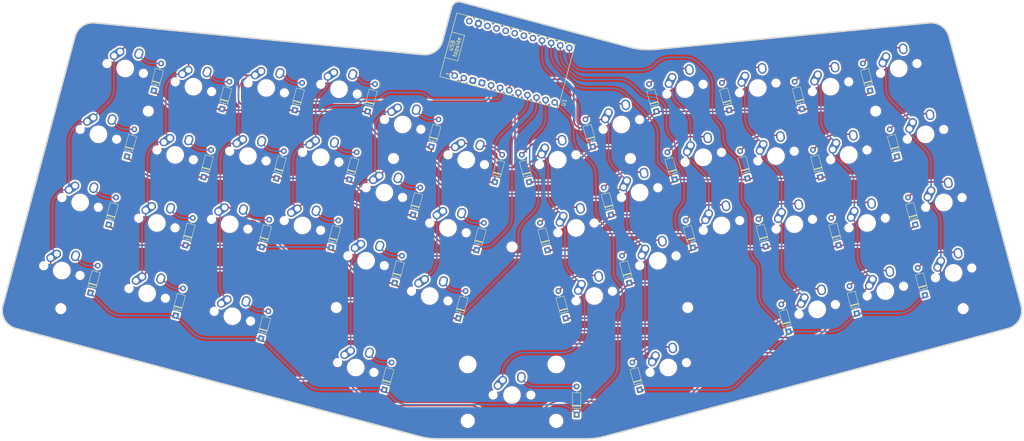
<source format=kicad_pcb>
(kicad_pcb (version 20221018) (generator pcbnew)
  (layers (0 "F.Cu" signal) (31 "B.Cu" signal) (34 "B.Paste" user) (35 "F.Paste" user) (36 "B.SilkS" user "B.Silkscreen") (37 "F.SilkS" user "F.Silkscreen") (38 "B.Mask" user) (39 "F.Mask" user) (44 "Edge.Cuts" user))
  (net 0 "")
  (net 1 "L1")
  (net 2 "Net-(D1-A)")
  (net 3 "Net-(D2-A)")
  (net 4 "Net-(D3-A)")
  (net 5 "Net-(D4-A)")
  (net 6 "Net-(D5-A)")
  (net 7 "Net-(D6-A)")
  (net 8 "L5")
  (net 9 "Net-(D7-A)")
  (net 10 "Net-(D8-A)")
  (net 11 "Net-(D9-A)")
  (net 12 "Net-(D10-A)")
  (net 13 "Net-(D11-A)")
  (net 14 "Net-(D12-A)")
  (net 15 "L2")
  (net 16 "Net-(D13-A)")
  (net 17 "Net-(D14-A)")
  (net 18 "Net-(D15-A)")
  (net 19 "Net-(D16-A)")
  (net 20 "Net-(D17-A)")
  (net 21 "Net-(D18-A)")
  (net 22 "L6")
  (net 23 "Net-(D19-A)")
  (net 24 "Net-(D20-A)")
  (net 25 "Net-(D21-A)")
  (net 26 "Net-(D22-A)")
  (net 27 "Net-(D23-A)")
  (net 28 "Net-(D24-A)")
  (net 29 "L3")
  (net 30 "Net-(D25-A)")
  (net 31 "Net-(D26-A)")
  (net 32 "Net-(D27-A)")
  (net 33 "Net-(D28-A)")
  (net 34 "Net-(D29-A)")
  (net 35 "Net-(D30-A)")
  (net 36 "L7")
  (net 37 "Net-(D31-A)")
  (net 38 "Net-(D32-A)")
  (net 39 "Net-(D33-A)")
  (net 40 "Net-(D34-A)")
  (net 41 "Net-(D35-A)")
  (net 42 "Net-(D36-A)")
  (net 43 "L4")
  (net 44 "Net-(D37-A)")
  (net 45 "Net-(D38-A)")
  (net 46 "Net-(D39-A)")
  (net 47 "Net-(D40-A)")
  (net 48 "Net-(D41-A)")
  (net 49 "L8")
  (net 50 "Net-(D42-A)")
  (net 51 "Net-(D43-A)")
  (net 52 "Net-(D44-A)")
  (net 53 "Net-(D45-A)")
  (net 54 "C1")
  (net 55 "C2")
  (net 56 "C3")
  (net 57 "C4")
  (net 58 "C5")
  (net 59 "C6")
  (net 68 "unconnected-(U1-GND-Pad14)")
  (footprint "_mx:MX-Alps-Hybrid-1U" (layer "F.Cu") (at 276.2963 107.073 15)
    (fp_text reference "MX10")
    (fp_text value "MX")
  )
  (footprint "_mx:MX-Alps-Hybrid-1U" (layer "F.Cu") (at 310.7213 161.9454 15)
    (fp_text reference "MX44")
    (fp_text value "MX")
  )
  (footprint "Diode_THT:D_DO-35_SOD27_P7.62mm_Horizontal" (layer "F.Cu") (at 224.48 169.276 105)
    (fp_text reference "D31" hide)
    (fp_text value "1N4148" hide)
  )
  (footprint "_mx:MX-Alps-Hybrid-1.25U" (layer "F.Cu") (at 111.5788 162.5617 -15)
    (fp_text reference "MX38")
    (fp_text value "MX")
  )
  (footprint "_mx:MX-Alps-Hybrid-1U" (layer "F.Cu") (at 281.2268 125.4739 15)
    (fp_text reference "MX22")
    (fp_text value "MX")
  )
  (footprint "_mx:MX-Alps-Hybrid-1.25U" (layer "F.Cu") (at 326.4918 137.9977 15)
    (fp_text reference "MX36")
    (fp_text value "MX")
  )
  (footprint "Diode_THT:D_DO-35_SOD27_P7.62mm_Horizontal" (layer "F.Cu") (at 278.4501 149.8843 105)
    (fp_text reference "D34" hide)
    (fp_text value "1N4148" hide)
  )
  (footprint "_mx:MX-Alps-Hybrid-1U" (layer "F.Cu") (at 192.7432 144.8656 -15)
    (fp_text reference "MX18")
    (fp_text value "MX")
  )
  (footprint "_mx:MX-Alps-Hybrid-1U" (layer "F.Cu") (at 286.1573 143.8748 15)
    (fp_text reference "MX34")
    (fp_text value "MX")
  )
  (footprint "_mx:MX-Alps-Hybrid-1U" (layer "F.Cu") (at 314.3307 101.8122 15)
    (fp_text reference "MX12")
    (fp_text value "MX")
  )
  (footprint "_mx:MX-Alps-Hybrid-1U" (layer "F.Cu") (at 153.4762 144.205 -15)
    (fp_text reference "MX28")
    (fp_text value "MX")
  )
  (footprint "Diode_THT:D_DO-35_SOD27_P7.62mm_Horizontal" (layer "F.Cu") (at 313.8541 125.6063 105)
    (fp_text reference "D24" hide)
    (fp_text value "1N4148" hide)
  )
  (footprint "_mx:MX-Alps-Hybrid-1U" (layer "F.Cu") (at 197.6737 126.4647 -15)
    (fp_text reference "MX6")
    (fp_text value "MX")
  )
  (footprint "_mx:MX-Alps-Hybrid-1U" (layer "F.Cu") (at 222.3263 126.4647 15)
    (fp_text reference "MX7")
    (fp_text value "MX")
  )
  (footprint "MountingHole:MountingHole_2.2mm_M2" (layer "F.Cu") (at 111.8974 113.342)
    (fp_text reference "H1" hide)
    (fp_text value "MountingHole" hide)
  )
  (footprint "MountingHole:MountingHole_2.2mm_M2" (layer "F.Cu") (at 241.9598 126.1344)
    (fp_text reference "H5" hide)
    (fp_text value "MountingHole" hide)
  )
  (footprint "Diode_THT:D_DO-35_SOD27_P7.62mm_Horizontal" (layer "F.Cu") (at 214.619 132.4743 105)
    (fp_text reference "D7" hide)
    (fp_text value "1N4148" hide)
  )
  (footprint "_mx:MX-Alps-Hybrid-1U" (layer "F.Cu") (at 266.5238 144.205 15)
    (fp_text reference "MX33")
    (fp_text value "MX")
  )
  (footprint "Diode_THT:D_DO-35_SOD27_P7.62mm_Horizontal" (layer "F.Cu") (at 121.9164 149.554 75)
    (fp_text reference "D26" hide)
    (fp_text value "1N4148" hide)
  )
  (footprint "_mx:MX-Alps-Hybrid-1.25U" (layer "F.Cu") (at 134.5799 168.7248 -15)
    (fp_text reference "MX39")
    (fp_text value "MX")
  )
  (footprint "_mx:MX-Alps-Hybrid-1U" (layer "F.Cu") (at 232.1873 163.2665 15)
    (fp_text reference "MX31")
    (fp_text value "MX")
  )
  (footprint "_mx:MX-Alps-Hybrid-1.5U" (layer "F.Cu") (at 252.1511 182.5697 15)
    (fp_text reference "MX42")
    (fp_text value "MX")
  )
  (footprint "Diode_THT:D_DO-35_SOD27_P7.62mm_Horizontal" (layer "F.Cu") (at 195.52 169.276 75)
    (fp_text reference "D30" hide)
    (fp_text value "1N4148" hide)
  )
  (footprint "PCM_marbastlib-xp-promicroish:ProMicro_USBup" (layer "F.Cu") (at 210 100 75)
    (fp_text reference "U1")
    (fp_text value "ProMicro")
  )
  (footprint "Diode_THT:D_DO-35_SOD27_P7.62mm_Horizontal" (layer "F.Cu") (at 175.5562 188.5793 75)
    (fp_text reference "D40" hide)
    (fp_text value "1N4148" hide)
  )
  (footprint "_mx:MX-Alps-Hybrid-1U" (layer "F.Cu") (at 256.6628 107.4033 15)
    (fp_text reference "MX9")
    (fp_text value "MX")
  )
  (footprint "Diode_THT:D_DO-35_SOD27_P7.62mm_Horizontal" (layer "F.Cu") (at 126.8469 131.1531 75)
    (fp_text reference "D14" hide)
    (fp_text value "1N4148" hide)
  )
  (footprint "_mx:MX-Alps-Hybrid-1.25U" (layer "F.Cu") (at 93.5082 137.9977 -15)
    (fp_text reference "MX25")
    (fp_text value "MX")
  )
  (footprint "Diode_THT:D_DO-35_SOD27_P7.62mm_Horizontal" (layer "F.Cu") (at 101.2154 144.0072 75)
    (fp_text reference "D25" hide)
    (fp_text value "1N4148" hide)
  )
  (footprint "Diode_THT:D_DO-35_SOD27_P7.62mm_Horizontal" (layer "F.Cu") (at 303.0141 167.9549 105)
    (fp_text reference "D44" hide)
    (fp_text value "1N4148" hide)
  )
  (footprint "Diode_THT:D_DO-35_SOD27_P7.62mm_Horizontal" (layer "F.Cu") (at 321.415 163.0244 105)
    (fp_text reference "D45" hide)
    (fp_text value "1N4148" hide)
  )
  (footprint "_mx:MX-Alps-Hybrid-1U" (layer "F.Cu") (at 244.425 135.3349 15)
    (fp_text reference "MX20")
    (fp_text value "MX")
  )
  (footprint "Diode_THT:D_DO-35_SOD27_P7.62mm_Horizontal" (layer "F.Cu") (at 151.4109 113.0825 75)
    (fp_text reference "D3" hide)
    (fp_text value "1N4148" hide)
  )
  (footprint "_mx:MX-Alps-Hybrid-1U" (layer "F.Cu") (at 249.3555 153.7358 15)
    (fp_text reference "MX32")
    (fp_text value "MX")
  )
  (footprint "_mx:MX-Alps-Hybrid-1.5U" (layer "F.Cu") (at 167.8489 182.5697 -15)
    (fp_text reference "MX40")
    (fp_text value "MX")
  )
  (footprint "Diode_THT:D_DO-35_SOD27_P7.62mm_Horizontal" (layer "F.Cu") (at 161.1834 150.2146 75)
    (fp_text reference "D28" hide)
    (fp_text value "1N4148" hide)
  )
  (footprint "_mx:MX-Alps-Hybrid-1U" (layer "F.Cu") (at 158.4067 125.8042 -15)
    (fp_text reference "MX16")
    (fp_text value "MX")
  )
  (footprint "Diode_THT:D_DO-35_SOD27_P7.62mm_Horizontal" (layer "F.Cu") (at 298.0836 149.554 105)
    (fp_text reference "D35" hide)
    (fp_text value "1N4148" hide)
  )
  (footprint "_mx:MX-Alps-Hybrid-1U" (layer "F.Cu") (at 114.2092 143.5445 -15)
    (fp_text reference "MX26")
    (fp_text value "MX")
  )
  (footprint "MountingHole:MountingHole_2.2mm_M2" (layer "F.Cu") (at 210 150)
    (fp_text reference "H9" hide)
    (fp_text value "MountingHole" hide)
  )
  (footprint "_mx:MX-Alps-Hybrid-1U" (layer "F.Cu") (at 292.3204 166.8759 15)
    (fp_text reference "MX43")
    (fp_text value "MX")
  )
  (footprint "Diode_THT:D_DO-35_SOD27_P7.62mm_Horizontal" (layer "F.Cu") (at 131.7774 112.7523 75)
    (fp_text reference "D2" hide)
    (fp_text value "1N4148" hide)
  )
  (footprint "Diode_THT:D_DO-35_SOD27_P7.62mm_Horizontal" (layer "F.Cu") (at 241.6483 159.7453 105)
    (fp_text reference "D32" hide)
    (fp_text value "1N4148" hide)
  )
  (footprint "_mx:MX-Alps-Hybrid-1U" (layer "F.Cu") (at 239.4945 116.934 15)
    (fp_text reference "MX8")
    (fp_text value "MX")
  )
  (footprint "Diode_THT:D_DO-35_SOD27_P7.62mm_Horizontal" (layer "F.Cu") (at 293.1531 131.1531 105)
    (fp_text reference "D23" hide)
    (fp_text value "1N4148" hide)
  )
  (footprint "Diode_THT:D_DO-35_SOD27_P7.62mm_Horizontal" (layer "F.Cu") (at 96.2849 162.4081 75)
    (fp_text reference "D37" hide)
    (fp_text value "1N4148" hide)
  )
  (footprint "_mx:MX-Alps-Hybrid-1U" (layer "F.Cu") (at 133.8427 143.8748 -15)
    (fp_text reference "MX27")
    (fp_text value "MX")
  )
  (footprint "_mx:MX-Alps-Hybrid-2.25U-ReversedStabilizers" (layer "F.Cu") (at 210 190)
    (fp_text reference "MX41")
    (fp_text value "MX")
  )
  (footprint "_mx:MX-Alps-Hybrid-1U" (layer "F.Cu") (at 119.1397 125.1436 -15)
    (fp_text reference "MX14")
    (fp_text value "MX")
  )
  (footprint "_mx:MX-Alps-Hybrid-1.25U" (layer "F.Cu") (at 88.5777 156.3986 -15)
    (fp_text reference "MX37")
    (fp_text value "MX")
  )
  (footprint "Diode_THT:D_DO-35_SOD27_P7.62mm_Horizontal" (layer "F.Cu") (at 273.5196 131.4834 105)
    (fp_text reference "D22" hide)
    (fp_text value "1N4148" hide)
  )
  (footprint "Diode_THT:D_DO-35_SOD27_P7.62mm_Horizontal" (layer "F.Cu") (at 236.7178 141.3444 105)
    (fp_text reference "D20" hide)
    (fp_text value "1N4148" hide)
  )
  (footprint "_mx:MX-Alps-Hybrid-1U" (layer "F.Cu") (at 163.3372 107.4033 -15)
    (fp_text reference "MX4")
    (fp_text value "MX")
  )
  (footprint "_mx:MX-Alps-Hybrid-1U" (layer "F.Cu") (at 261.5933 125.8042 15)
    (fp_text reference "MX21")
    (fp_text value "MX")
  )
  (footprint "_mx:MX-Alps-Hybrid-1U" (layer "F.Cu") (at 187.8127 163.2665 -15)
    (fp_text reference "MX30")
    (fp_text value "MX")
  )
  (footprint "_mx:MX-Alps-Hybrid-1.25U" (layer "F.Cu") (at 98.4387 119.5968 -15)
    (fp_text reference "MX13")
    (fp_text value "MX")
  )
  (footprint "Diode_THT:D_DO-35_SOD27_P7.62mm_Horizontal" (layer "F.Cu") (at 288.222574 112.752256 105)
    (fp_text reference "D11" hide)
    (fp_text value "1N4148" hide)
  )
  (footprint "Diode_THT:D_DO-35_SOD27_P7.62mm_Horizontal" (layer "F.Cu") (at 205.381 132.4743 75)
    (fp_text reference "D6" hide)
    (fp_text value "1N4148" hide)
  )
  (footprint "Diode_THT:D_DO-35_SOD27_P7.62mm_Horizontal" (layer "F.Cu") (at 188.2127 122.9435 75)
    (fp_text reference "D5" hide)
    (fp_text value "1N4148" hide)
  )
  (footprint "_mx:MX-Alps-Hybrid-1U" (layer "F.Cu") (at 227.2568 144.8656 15)
    (fp_text reference "MX19")
    (fp_text value "MX")
  )
  (footprint "Diode_THT:D_DO-35_SOD27_P7.62mm_Horizontal" (layer "F.Cu") (at 119.286 168.5712 75)
    (fp_text reference "D38" hide)
    (fp_text value "1N4148" hide)
  )
  (footprint "Diode_THT:D_DO-35_SOD27_P7.62mm_Horizontal" (layer "F.Cu") (at 183.2822 141.3444 75)
    (fp_text reference "D17" hide)
    (fp_text value "1N4148" hide)
  )
  (footprint "MountingHole:MountingHole_2.2mm_M2" (layer "F.Cu") (at 178.0402 126.1344)
    (fp_text reference "H2" hide)
    (fp_text value "MountingHole" hide)
  )
  (footprint "Diode_THT:D_DO-35_SOD27_P7.62mm_Horizontal" (layer "F.Cu") (at 244.4438 188.5793 105)
    (fp_text reference "D42" hide)
    (fp_text value "1N4148" hide)
  )
  (footprint "Diode_THT:D_DO-35_SOD27_P7.62mm_Horizontal" (layer "F.Cu") (at 171.0445 113.4128 75)
    (fp_text reference "D4" hide)
    (fp_text value "1N4148" hide)
  )
  (footprint "Diode_THT:D_DO-35_SOD27_P7.62mm_Horizontal" (layer "F.Cu") (at 258.8166 150.2146 105)
    (fp_text reference "D33" hide)
    (fp_text value "1N4148" hide)
  )
  (footprint "_mx:MX-Alps-Hybrid-1U" (layer "F.Cu") (at 124.0702 106.7427 -15)
    (fp_text reference "MX2")
    (fp_text value "MX")
  )
  (footprint "_mx:MX-Alps-Hybrid-1U" (layer "F.Cu") (at 305.7908 143.5445 15)
    (fp_text reference "MX35")
    (fp_text value "MX")
  )
  (footprint "Diode_THT:D_DO-35_SOD27_P7.62mm_Horizontal" (layer "F.Cu") (at 146.4804 131.4834 75)
    (fp_text reference "D15" hide)
    (fp_text value "1N4148" hide)
  )
  (footprint "_mx:MX-Alps-Hybrid-1U" (layer "F.Cu") (at 329.1222 157.0149 15)
    (fp_text reference "MX45")
    (fp_text value "MX")
  )
  (footprint "Diode_THT:D_DO-35_SOD27_P7.62mm_Horizontal" (layer "F.Cu") (at 284.6132 172.8854 105)
    (fp_text reference "D43" hide)
    (fp_text value "1N4148" hide)
  )
  (footprint "Diode_THT:D_DO-35_SOD27_P7.62mm_Horizontal" (layer "F.Cu") (at 248.9555 113.4128 105)
    (fp_text reference "D9" hide)
    (fp_text value "1N4148" hide)
  )
  (footprint "_mx:MX-Alps-Hybrid-1U" (layer "F.Cu") (at 300.8603 125.1436 15)
    (fp_text reference "MX23")
    (fp_text value "MX")
  )
  (footprint "Diode_THT:D_DO-35_SOD27_P7.62mm_Horizontal" (layer "F.Cu") (at 142.536 150.0141 75)
    (fp_text reference "D27" hide)
    (fp_text value "1N4148" hide)
  )
  (footprint "Diode_THT:D_DO-35_SOD27_P7.62mm_Horizontal" (layer "F.Cu") (at 178.3517 159.7453 75)
    (fp_text reference "D29" hide)
    (fp_text value "1N4148" hide)
  )
  (footprint "Diode_THT:D_DO-35_SOD27_P7.62mm_Horizontal" (layer "F.Cu") (at 113.3765 107.8218 75)
    (fp_text reference "D1" hide)
    (fp_text value "1N4148" hide)
  )
  (footprint "Diode_THT:D_DO-35_SOD27_P7.62mm_Horizontal" (layer "F.Cu") (at 219.5495 150.8752 105)
    (fp_text reference "D19" hide)
    (fp_text value "1N4148" hide)
  )
  (footprint "MountingHole:MountingHole_2.2mm_M2" (layer "F.Cu") (at 331.7104 166.6741)
    (fp_text reference "H7" hide)
    (fp_text value "MountingHole" hide)
  )
  (footprint "Diode_THT:D_DO-35_SOD27_P7.62mm_Horizontal" (layer "F.Cu") (at 318.7846 144.0072 105)
    (fp_text reference "D36" hide)
    (fp_text value "1N4148" hide)
  )
  (footprint "Diode_THT:D_DO-35_SOD27_P7.62mm_Horizontal" (layer "F.Cu") (at 306.623461 107.821753 105)
    (fp_text reference "D12" hide)
    (fp_text value "1N4148" hide)
  )
  (footprint "MountingHole:MountingHole_2.2mm_M2" (layer "F.Cu") (at 257.4001 166.3717)
    (fp_text reference "H8" hide)
    (fp_text value "MountingHole" hide)
  )
  (footprint "Diode_THT:D_DO-35_SOD27_P7.62mm_Horizontal" (layer "F.Cu") (at 142.2871 174.7344 75)
    (fp_text reference "D39" hide)
    (fp_text value "1N4148" hide)
  )
  (footprint "Diode_THT:D_DO-35_SOD27_P7.62mm_Horizontal" (layer "F.Cu") (at 227.438 195.31 90)
    (fp_text reference "D41" hide)
    (fp_text value "1N4148" hide)
  )
  (footprint "Diode_THT:D_DO-35_SOD27_P7.62mm_Horizontal" (layer "F.Cu") (at 231.7873 122.9435 105)
    (fp_text reference "D8" hide)
    (fp_text value "1N4148" hide)
  )
  (footprint "MountingHole:MountingHole_2.2mm_M2" (layer "F.Cu") (at 162.5999 166.3717)
    (fp_text reference "H6" hide)
    (fp_text value "MountingHole" hide)
  )
  (footprint "MountingHole:MountingHole_2.2mm_M2" (layer "F.Cu") (at 308.1026 113.342)
    (fp_text reference "H4" hide)
    (fp_text value "MountingHole" hide)
  )
  (footprint "_mx:MX-Alps-Hybrid-1U" (layer "F.Cu") (at 143.7037 107.073 -15)
    (fp_text reference "MX3")
    (fp_text value "MX")
  )
  (footprint "_mx:MX-Alps-Hybrid-1U" (layer "F.Cu") (at 138.7732 125.4739 -15)
    (fp_text reference "MX15")
    (fp_text value "MX")
  )
  (footprint "MountingHole:MountingHole_2.2mm_M2" (layer "F.Cu") (at 88.2896 166.6741)
    (fp_text reference "H3" hide)
    (fp_text value "MountingHole" hide)
  )
  (footprint "Diode_THT:D_DO-35_SOD27_P7.62mm_Horizontal" (layer "F.Cu") (at 166.114 131.8137 75)
    (fp_text reference "D16" hide)
    (fp_text value "1N4148" hide)
  )
  (footprint "Diode_THT:D_DO-35_SOD27_P7.62mm_Horizontal" (layer "F.Cu") (at 200.4505 150.8752 75)
    (fp_text reference "D18" hide)
    (fp_text value "1N4148" hide)
  )
  (footprint "_mx:MX-Alps-Hybrid-1U" (layer "F.Cu") (at 105.6693 101.8122 -15)
    (fp_text reference "MX1")
    (fp_text value "MX")
  )
  (footprint "Diode_THT:D_DO-35_SOD27_P7.62mm_Horizontal" (layer "F.Cu") (at 253.8861 131.8137 105)
    (fp_text reference "D21" hide)
    (fp_text value "1N4148" hide)
  )
  (footprint "_mx:MX-Alps-Hybrid-1U" (layer "F.Cu") (at 170.6445 153.7358 -15)
    (fp_text reference "MX29")
    (fp_text value "MX")
  )
  (footprint "_mx:MX-Alps-Hybrid-1.25U" (layer "F.Cu") (at 321.5613 119.5968 15)
    (fp_text reference "MX24")
    (fp_text value "MX")
  )
  (footprint "_mx:MX-Alps-Hybrid-1U" (layer "F.Cu") (at 175.575 135.3349 -15)
    (fp_text reference "MX17")
    (fp_text value "MX")
  )
  (footprint "_mx:MX-Alps-Hybrid-1U" (layer "F.Cu") (at 295.9298 106.7427 15)
    (fp_text reference "MX11")
    (fp_text value "MX")
  )
  (footprint "Diode_THT:D_DO-35_SOD27_P7.62mm_Horizontal" (layer "F.Cu") (at 268.5891 113.0825 105)
    (fp_text reference "D10" hide)
    (fp_text value "1N4148" hide)
  )
  (footprint "Diode_THT:D_DO-35_SOD27_P7.62mm_Horizontal" (layer "F.Cu") (at 106.1459 125.6063 75)
    (fp_text reference "D13" hide)
    (fp_text value "1N4148" hide)
  )
  (footprint "_mx:MX-Alps-Hybrid-1U" (layer "F.Cu") (at 180.5055 116.934 -15)
    (fp_text reference "MX5")
    (fp_text value "MX")
  )
  (gr_arc (start 248.81206 96.660338) (mid 245.232445 96.685524) (end 241.705673 96.072195) (stroke (width 0.4)) (layer "Edge.Cuts"))
  (gr_arc (start 322.536407 89.512557) (mid 325.867532 90.380055) (end 327.848538 93.195126) (stroke (width 0.4)) (layer "Edge.Cuts"))
  (gr_line (start 327.848538 93.195126) (end 347.32785 165.892908) (stroke (width 0.4)) (layer "Edge.Cuts"))
  (gr_arc (start 193.752637 85.293771) (mid 194.684487 84.079347) (end 196.202127 83.879557) (stroke (width 0.4)) (layer "Edge.Cuts"))
  (gr_arc (start 347.32785 165.892908) (mid 346.828346 169.687005) (end 343.792316 172.016632) (stroke (width 0.4)) (layer "Edge.Cuts"))
  (gr_line (start 76.207684 172.016632) (end 184.979802 201.162033) (stroke (width 0.4)) (layer "Edge.Cuts"))
  (gr_arc (start 92.151462 93.195126) (mid 94.132453 90.380034) (end 97.463593 89.512557) (stroke (width 0.4)) (layer "Edge.Cuts"))
  (gr_arc (start 191.309003 94.413536) (mid 189.327996 97.228579) (end 185.996872 98.096105) (stroke (width 0.4)) (layer "Edge.Cuts"))
  (gr_line (start 185.996872 98.096105) (end 97.463593 89.512557) (stroke (width 0.4)) (layer "Edge.Cuts"))
  (gr_line (start 196.202127 83.879557) (end 241.705673 96.072195) (stroke (width 0.4)) (layer "Edge.Cuts"))
  (gr_line (start 191.309003 94.413536) (end 193.752637 85.293771) (stroke (width 0.4)) (layer "Edge.Cuts"))
  (gr_arc (start 235.020198 201.162033) (mid 232.454341 201.672415) (end 229.843817 201.843517) (stroke (width 0.4)) (layer "Edge.Cuts"))
  (gr_line (start 92.151462 93.195126) (end 72.67215 165.892908) (stroke (width 0.4)) (layer "Edge.Cuts"))
  (gr_arc (start 76.207684 172.016632) (mid 73.171663 169.686999) (end 72.67215 165.892908) (stroke (width 0.4)) (layer "Edge.Cuts"))
  (gr_line (start 343.792316 172.016632) (end 235.020198 201.162033) (stroke (width 0.4)) (layer "Edge.Cuts"))
  (gr_line (start 190.156183 201.843517) (end 229.843817 201.843517) (stroke (width 0.4)) (layer "Edge.Cuts"))
  (gr_arc (start 190.156183 201.843517) (mid 187.545659 201.672412) (end 184.979802 201.162033) (stroke (width 0.4)) (layer "Edge.Cuts"))
  (gr_line (start 248.81206 96.660338) (end 322.536407 89.512557) (stroke (width 0.4)) (layer "Edge.Cuts"))
  (segment (start 173.167427 119.120552) (end 175.396582 121.349707) (width 0.4) (layer "F.Cu") (net 1))
  (segment (start 188.2127 122.9435) (end 179.244338 122.9435) (width 0.4) (layer "F.Cu") (net 1))
  (segment (start 116.713207 111.158507) (end 113.3765 107.8218) (width 0.4) (layer "F.Cu") (net 1))
  (segment (start 170.43957 113.4128) (end 151.7412 113.4128) (width 0.4) (layer "F.Cu") (net 1))
  (segment (start 151.4109 113.0825) (end 132.1076 113.0825) (width 0.4) (layer "F.Cu") (net 1))
  (segment (start 171.9 116.060712) (end 171.9 114.873229) (width 0.4) (layer "F.Cu") (net 1))
  (segment (start 188.2127 122.9435) (end 188.2127 124.387475) (width 0.4) (layer "F.Cu") (net 1))
  (segment (start 120.560963 112.7523) (end 131.7774 112.7523) (width 0.4) (layer "F.Cu") (net 1))
  (segment (start 193.261757 130.880507) (end 189.233744 126.852494) (width 0.4) (layer "F.Cu") (net 1))
  (segment (start 197.109513 132.4743) (end 205.381 132.4743) (width 0.4) (layer "F.Cu") (net 1))
  (arc (start 193.261757 130.880507) (mid 195.027122 132.060086) (end 197.109513 132.4743) (width 0.4) (layer "F.Cu") (net 1))
  (arc (start 171.47225 113.84055) (mid 170.998452 113.523968) (end 170.43957 113.4128) (width 0.4) (layer "F.Cu") (net 1))
  (arc (start 188.2127 124.387475) (mid 188.47806 125.721533) (end 189.233744 126.852494) (width 0.4) (layer "F.Cu") (net 1))
  (arc (start 171.9 116.060712) (mid 172.229393 117.716685) (end 173.167427 119.120552) (width 0.4) (layer "F.Cu") (net 1))
  (arc (start 175.396582 121.349707) (mid 177.161947 122.529286) (end 179.244338 122.9435) (width 0.4) (layer "F.Cu") (net 1))
  (arc (start 171.47225 113.84055) (mid 171.788831 114.314347) (end 171.9 114.873229) (width 0.4) (layer "F.Cu") (net 1))
  (arc (start 116.713207 111.158507) (mid 118.478572 112.338086) (end 120.560963 112.7523) (width 0.4) (layer "F.Cu") (net 1))
  (segment (start 214.161428 110.752464) (end 214.161428 109.003856) (width 0.4) (layer "B.Cu") (net 1))
  (segment (start 205.381 123.535463) (end 205.381 132.4743) (width 0.4) (layer "B.Cu") (net 1))
  (segment (start 212.924975 113.737524) (end 206.974792 119.687707) (width 0.4) (layer "B.Cu") (net 1))
  (arc (start 214.161428 110.752464) (mid 213.840084 112.367966) (end 212.924975 113.737524) (width 0.4) (layer "B.Cu") (net 1))
  (arc (start 206.974792 119.687707) (mid 205.795213 121.453072) (end 205.381 123.535463) (width 0.4) (layer "B.Cu") (net 1))
  (segment (start 113.258561 100.461445) (end 115.348701 100.461445) (width 0.4) (layer "B.Cu") (net 2))
  (segment (start 110.423232 99.287013) (end 109.2488 98.112581) (width 0.4) (layer "B.Cu") (net 2))
  (arc (start 110.423232 99.287013) (mid 111.724092 100.15622) (end 113.258561 100.461445) (width 0.4) (layer "B.Cu") (net 2))
  (segment (start 128.824132 104.217513) (end 127.6497 103.043081) (width 0.4) (layer "B.Cu") (net 3))
  (segment (start 131.659461 105.391945) (end 133.749601 105.391945) (width 0.4) (layer "B.Cu") (net 3))
  (arc (start 128.824132 104.217513) (mid 130.124992 105.08672) (end 131.659461 105.391945) (width 0.4) (layer "B.Cu") (net 3))
  (segment (start 149.30552 104.657065) (end 147.471952 102.823497) (width 0.4) (layer "B.Cu") (net 4))
  (segment (start 151.87685 105.722145) (end 153.383101 105.722145) (width 0.4) (layer "B.Cu") (net 4))
  (arc (start 149.30552 104.657065) (mid 150.485256 105.445339) (end 151.87685 105.722145) (width 0.4) (layer "B.Cu") (net 4))
  (segment (start 171.5104 106.052445) (end 173.016701 106.052445) (width 0.4) (layer "B.Cu") (net 5))
  (segment (start 168.938984 104.987329) (end 167.105452 103.153797) (width 0.4) (layer "B.Cu") (net 5))
  (arc (start 168.938984 104.987329) (mid 170.118759 105.77563) (end 171.5104 106.052445) (width 0.4) (layer "B.Cu") (net 5))
  (segment (start 188.09459 115.583145) (end 190.184901 115.583145) (width 0.4) (layer "B.Cu") (net 6))
  (segment (start 185.259382 114.408763) (end 184.085 113.234381) (width 0.4) (layer "B.Cu") (net 6))
  (arc (start 185.259382 114.408763) (mid 186.560186 115.277933) (end 188.09459 115.583145) (width 0.4) (layer "B.Cu") (net 6))
  (segment (start 206.178769 123.939513) (end 207.353201 125.113945) (width 0.4) (layer "F.Cu") (net 7))
  (segment (start 203.343439 122.765081) (end 201.2532 122.765081) (width 0.4) (layer "F.Cu") (net 7))
  (arc (start 206.178769 123.939513) (mid 204.877908 123.070305) (end 203.343439 122.765081) (width 0.4) (layer "F.Cu") (net 7))
  (segment (start 248.9555 113.4128) (end 241.018592 121.349707) (width 0.4) (layer "F.Cu") (net 8))
  (segment (start 299.438994 112.752256) (end 288.222574 112.752256) (width 0.4) (layer "F.Cu") (net 8))
  (segment (start 268.5891 113.0825) (end 287.89233 113.0825) (width 0.4) (layer "F.Cu") (net 8))
  (segment (start 223.850292 130.880507) (end 231.7873 122.9435) (width 0.4) (layer "F.Cu") (net 8))
  (segment (start 220.002536 132.4743) (end 214.619 132.4743) (width 0.4) (layer "F.Cu") (net 8))
  (segment (start 248.9555 113.4128) (end 268.2588 113.4128) (width 0.4) (layer "F.Cu") (net 8))
  (segment (start 303.28675 111.158463) (end 306.623461 107.821753) (width 0.4) (layer "F.Cu") (net 8))
  (segment (start 237.170836 122.9435) (end 231.7873 122.9435) (width 0.4) (layer "F.Cu") (net 8))
  (arc (start 223.850292 130.880507) (mid 222.084926 132.060086) (end 220.002536 132.4743) (width 0.4) (layer "F.Cu") (net 8))
  (arc (start 241.018592 121.349707) (mid 239.253226 122.529286) (end 237.170836 122.9435) (width 0.4) (layer "F.Cu") (net 8))
  (arc (start 303.28675 111.158463) (mid 301.521384 112.338042) (end 299.438994 112.752256) (width 0.4) (layer "F.Cu") (net 8))
  (segment (start 227.859375 112.963338) (end 227.859375 116.761611) (width 0.4) (layer "B.Cu") (net 8))
  (segment (start 218.10583 98.701866) (end 218.10583 94.283146) (width 0.4) (layer "B.Cu") (net 8))
  (segment (start 229.453167 120.609367) (end 231.7873 122.9435) (width 0.4) (layer "B.Cu") (net 8))
  (segment (start 226.265582 109.115582) (end 219.699622 102.549622) (width 0.4) (layer "B.Cu") (net 8))
  (arc (start 218.10583 98.701866) (mid 218.520043 100.784256) (end 219.699622 102.549622) (width 0.4) (layer "B.Cu") (net 8))
  (arc (start 227.859375 116.761611) (mid 228.273588 118.844001) (end 229.453167 120.609367) (width 0.4) (layer "B.Cu") (net 8))
  (arc (start 226.265582 109.115582) (mid 227.445161 110.880947) (end 227.859375 112.963338) (width 0.4) (layer "B.Cu") (net 8))
  (segment (start 215.266555 122.494188) (end 212.646799 125.113945) (width 0.4) (layer "F.Cu") (net 9))
  (segment (start 219.114311 120.900396) (end 223.464951 120.900396) (width 0.4) (layer "F.Cu") (net 9))
  (arc (start 219.114311 120.900396) (mid 217.03192 121.314609) (end 215.266555 122.494188) (width 0.4) (layer "F.Cu") (net 9))
  (segment (start 232.434755 112.963488) (end 229.815099 115.583145) (width 0.4) (layer "F.Cu") (net 10))
  (segment (start 236.282511 111.369696) (end 240.633151 111.369696) (width 0.4) (layer "F.Cu") (net 10))
  (arc (start 236.282511 111.369696) (mid 234.20012 111.783909) (end 232.434755 112.963488) (width 0.4) (layer "F.Cu") (net 10))
  (segment (start 249.602955 103.432788) (end 246.983299 106.052445) (width 0.4) (layer "F.Cu") (net 11))
  (segment (start 253.450711 101.838996) (end 257.801451 101.838996) (width 0.4) (layer "F.Cu") (net 11))
  (arc (start 253.450711 101.838996) (mid 251.36832 102.253209) (end 249.602955 103.432788) (width 0.4) (layer "F.Cu") (net 11))
  (segment (start 273.084311 101.508696) (end 277.434951 101.508696) (width 0.4) (layer "F.Cu") (net 12))
  (segment (start 269.236555 103.102488) (end 266.616899 105.722145) (width 0.4) (layer "F.Cu") (net 12))
  (arc (start 273.084311 101.508696) (mid 271.00192 101.922909) (end 269.236555 103.102488) (width 0.4) (layer "F.Cu") (net 12))
  (segment (start 288.870085 102.772188) (end 286.250373 105.391901) (width 0.4) (layer "F.Cu") (net 13))
  (segment (start 292.717841 101.178396) (end 297.068451 101.178396) (width 0.4) (layer "F.Cu") (net 13))
  (arc (start 292.717841 101.178396) (mid 290.63545 101.592609) (end 288.870085 102.772188) (width 0.4) (layer "F.Cu") (net 13))
  (segment (start 311.118725 96.247896) (end 315.469351 96.247896) (width 0.4) (layer "F.Cu") (net 14))
  (segment (start 307.270969 97.841688) (end 304.65126 100.461398) (width 0.4) (layer "F.Cu") (net 14))
  (arc (start 311.118725 96.247896) (mid 309.036334 96.662109) (end 307.270969 97.841688) (width 0.4) (layer "F.Cu") (net 14))
  (segment (start 126.8469 131.1531) (end 146.1501 131.1531) (width 0.4) (layer "F.Cu") (net 15))
  (segment (start 146.4804 131.4834) (end 165.7837 131.4834) (width 0.4) (layer "F.Cu") (net 15))
  (segment (start 183.2822 141.3444) (end 191.219207 149.281407) (width 0.4) (layer "F.Cu") (net 15))
  (segment (start 174.050907 139.750607) (end 166.114 131.8137) (width 0.4) (layer "F.Cu") (net 15))
  (segment (start 126.8469 131.1531) (end 113.946663 131.1531) (width 0.4) (layer "F.Cu") (net 15))
  (segment (start 195.066963 150.8752) (end 200.4505 150.8752) (width 0.4) (layer "F.Cu") (net 15))
  (segment (start 110.098907 129.559307) (end 106.1459 125.6063) (width 0.4) (layer "F.Cu") (net 15))
  (segment (start 183.2822 141.3444) (end 177.898663 141.3444) (width 0.4) (layer "F.Cu") (net 15))
  (arc (start 191.219207 149.281407) (mid 192.984572 150.460986) (end 195.066963 150.8752) (width 0.4) (layer "F.Cu") (net 15))
  (arc (start 110.098907 129.559307) (mid 111.864272 130.738886) (end 113.946663 131.1531) (width 0.4) (layer "F.Cu") (net 15))
  (arc (start 174.050907 139.750607) (mid 175.816272 140.930186) (end 177.898663 141.3444) (width 0.4) (layer "F.Cu") (net 15))
  (segment (start 210 141.792911) (end 210 122.488338) (width 0.4) (layer "B.Cu") (net 15))
  (segment (start 201.944559 150) (end 202.686287 150) (width 0.4) (layer "B.Cu") (net 15))
  (segment (start 215.215429 115.018945) (end 211.593792 118.640582) (width 0.4) (layer "B.Cu") (net 15))
  (segment (start 208.406207 145.640667) (end 205.008955 149.037919) (width 0.4) (layer "B.Cu") (net 15))
  (segment (start 200.8881 150.4376) (end 200.4505 150.8752) (width 0.4) (layer "B.Cu") (net 15))
  (segment (start 216.614879 111.640376) (end 216.614879 109.661256) (width 0.4) (layer "B.Cu") (net 15))
  (arc (start 211.593792 118.640582) (mid 210.414213 120.405947) (end 210 122.488338) (width 0.4) (layer "B.Cu") (net 15))
  (arc (start 205.008955 149.037919) (mid 203.943306 149.749963) (end 202.686287 150) (width 0.4) (layer "B.Cu") (net 15))
  (arc (start 216.614879 111.640376) (mid 216.251173 113.468844) (end 215.215429 115.018945) (width 0.4) (layer "B.Cu") (net 15))
  (arc (start 201.944559 150) (mid 201.372807 150.113728) (end 200.8881 150.4376) (width 0.4) (layer "B.Cu") (net 15))
  (arc (start 210 141.792911) (mid 209.585786 143.875301) (end 208.406207 145.640667) (width 0.4) (layer "B.Cu") (net 15))
  (segment (start 106.02779 118.245945) (end 108.118101 118.245945) (width 0.4) (layer "B.Cu") (net 16))
  (segment (start 103.192582 117.071563) (end 102.0182 115.897181) (width 0.4) (layer "B.Cu") (net 16))
  (arc (start 103.192582 117.071563) (mid 104.493386 117.940733) (end 106.02779 118.245945) (width 0.4) (layer "B.Cu") (net 16))
  (segment (start 126.72879 123.792745) (end 128.819101 123.792745) (width 0.4) (layer "B.Cu") (net 17))
  (segment (start 123.893582 122.618363) (end 122.7192 121.443981) (width 0.4) (layer "B.Cu") (net 17))
  (arc (start 123.893582 122.618363) (mid 125.194386 123.487533) (end 126.72879 123.792745) (width 0.4) (layer "B.Cu") (net 17))
  (segment (start 146.36229 124.123045) (end 148.452601 124.123045) (width 0.4) (layer "B.Cu") (net 18))
  (segment (start 143.527082 122.948663) (end 142.3527 121.774281) (width 0.4) (layer "B.Cu") (net 18))
  (arc (start 143.527082 122.948663) (mid 144.827886 123.817833) (end 146.36229 124.123045) (width 0.4) (layer "B.Cu") (net 18))
  (segment (start 163.160582 123.278963) (end 161.9862 122.104581) (width 0.4) (layer "B.Cu") (net 19))
  (segment (start 165.99579 124.453345) (end 168.086201 124.453345) (width 0.4) (layer "B.Cu") (net 19))
  (arc (start 163.160582 123.278963) (mid 164.461386 124.148133) (end 165.99579 124.453345) (width 0.4) (layer "B.Cu") (net 19))
  (segment (start 180.328882 132.809663) (end 179.1545 131.635281) (width 0.4) (layer "B.Cu") (net 20))
  (segment (start 183.16409 133.984045) (end 185.254401 133.984045) (width 0.4) (layer "B.Cu") (net 20))
  (arc (start 180.328882 132.809663) (mid 181.629686 133.678833) (end 183.16409 133.984045) (width 0.4) (layer "B.Cu") (net 20))
  (segment (start 200.332461 143.514845) (end 202.422701 143.514845) (width 0.4) (layer "B.Cu") (net 21))
  (segment (start 197.497132 142.340413) (end 196.3227 141.165981) (width 0.4) (layer "B.Cu") (net 21))
  (arc (start 197.497132 142.340413) (mid 198.797992 143.20962) (end 200.332461 143.514845) (width 0.4) (layer "B.Cu") (net 21))
  (segment (start 273.5196 131.4834) (end 292.8228 131.4834) (width 0.4) (layer "F.Cu") (net 22))
  (segment (start 228.780792 149.281407) (end 236.7178 141.3444) (width 0.4) (layer "F.Cu") (net 22))
  (segment (start 236.7178 141.3444) (end 242.101436 141.3444) (width 0.4) (layer "F.Cu") (net 22))
  (segment (start 306.053336 131.1531) (end 293.1531 131.1531) (width 0.4) (layer "F.Cu") (net 22))
  (segment (start 253.8861 131.8137) (end 273.1893 131.8137) (width 0.4) (layer "F.Cu") (net 22))
  (segment (start 224.933036 150.8752) (end 219.5495 150.8752) (width 0.4) (layer "F.Cu") (net 22))
  (segment (start 309.901092 129.559307) (end 313.8541 125.6063) (width 0.4) (layer "F.Cu") (net 22))
  (segment (start 253.8861 131.8137) (end 245.949192 139.750607) (width 0.4) (layer "F.Cu") (net 22))
  (arc (start 228.780792 149.281407) (mid 227.015426 150.460986) (end 224.933036 150.8752) (width 0.4) (layer "F.Cu") (net 22))
  (arc (start 309.901092 129.559307) (mid 308.135726 130.738886) (end 306.053336 131.1531) (width 0.4) (layer "F.Cu") (net 22))
  (arc (start 245.949192 139.750607) (mid 244.183826 140.930186) (end 242.101436 141.3444) (width 0.4) (layer "F.Cu") (net 22))
  (segment (start 230.113338 107.1375) (end 236.77251 107.1375) (width 0.4) (layer "B.Cu") (net 22))
  (segment (start 249.290625 127.298175) (end 249.290625 119.655614) (width 0.4) (layer "B.Cu") (net 22))
  (segment (start 240.620266 108.731292) (end 247.696832 115.807858) (width 0.4) (layer "B.Cu") (net 22))
  (segment (start 249.507058 127.434658) (end 253.8861 131.8137) (width 0.4) (layer "B.Cu") (net 22))
  (segment (start 226.265582 105.543707) (end 222.153074 101.431199) (width 0.4) (layer "B.Cu") (net 22))
  (segment (start 220.559282 97.583443) (end 220.559282 94.940547) (width 0.4) (layer "B.Cu") (net 22))
  (arc (start 247.696832 115.807858) (mid 248.876411 117.573223) (end 249.290625 119.655614) (width 0.4) (layer "B.Cu") (net 22))
  (arc (start 249.507058 127.434658) (mid 249.444439 127.392817) (end 249.370575 127.378125) (width 0.4) (layer "B.Cu") (net 22))
  (arc (start 249.290625 127.298175) (mid 249.314041 127.354708) (end 249.370575 127.378125) (width 0.4) (layer "B.Cu") (net 22))
  (arc (start 220.559282 97.583443) (mid 220.973495 99.665833) (end 222.153074 101.431199) (width 0.4) (layer "B.Cu") (net 22))
  (arc (start 226.265582 105.543707) (mid 228.030947 106.723286) (end 230.113338 107.1375) (width 0.4) (layer "B.Cu") (net 22))
  (arc (start 240.620266 108.731292) (mid 238.8549 107.551713) (end 236.77251 107.1375) (width 0.4) (layer "B.Cu") (net 22))
  (segment (start 220.197055 140.895088) (end 217.577299 143.514845) (width 0.4) (layer "F.Cu") (net 23))
  (segment (start 224.044811 139.301296) (end 228.395451 139.301296) (width 0.4) (layer "F.Cu") (net 23))
  (arc (start 224.044811 139.301296) (mid 221.96242 139.715509) (end 220.197055 140.895088) (width 0.4) (layer "F.Cu") (net 23))
  (segment (start 241.213011 129.770596) (end 245.563651 129.770596) (width 0.4) (layer "F.Cu") (net 24))
  (segment (start 237.365255 131.364388) (end 234.745599 133.984045) (width 0.4) (layer "F.Cu") (net 24))
  (arc (start 241.213011 129.770596) (mid 239.13062 130.184809) (end 237.365255 131.364388) (width 0.4) (layer "F.Cu") (net 24))
  (segment (start 254.533555 121.833688) (end 251.913899 124.453345) (width 0.4) (layer "F.Cu") (net 25))
  (segment (start 258.381311 120.239896) (end 262.731951 120.239896) (width 0.4) (layer "F.Cu") (net 25))
  (arc (start 258.381311 120.239896) (mid 256.29892 120.654109) (end 254.533555 121.833688) (width 0.4) (layer "F.Cu") (net 25))
  (segment (start 278.014811 119.909596) (end 282.365451 119.909596) (width 0.4) (layer "F.Cu") (net 26))
  (segment (start 274.167055 121.503388) (end 271.547399 124.123045) (width 0.4) (layer "F.Cu") (net 26))
  (arc (start 278.014811 119.909596) (mid 275.93242 120.323809) (end 274.167055 121.503388) (width 0.4) (layer "F.Cu") (net 26))
  (segment (start 297.648311 119.579296) (end 301.998951 119.579296) (width 0.4) (layer "F.Cu") (net 27))
  (segment (start 293.800555 121.173088) (end 291.180899 123.792745) (width 0.4) (layer "F.Cu") (net 27))
  (arc (start 297.648311 119.579296) (mid 295.56592 119.993509) (end 293.800555 121.173088) (width 0.4) (layer "F.Cu") (net 27))
  (segment (start 314.501555 115.626288) (end 311.881899 118.245945) (width 0.4) (layer "F.Cu") (net 28))
  (segment (start 318.349311 114.032496) (end 322.699951 114.032496) (width 0.4) (layer "F.Cu") (net 28))
  (arc (start 318.349311 114.032496) (mid 316.26692 114.446709) (end 314.501555 115.626288) (width 0.4) (layer "F.Cu") (net 28))
  (segment (start 121.9164 149.554) (end 142.0759 149.554) (width 0.4) (layer "F.Cu") (net 29))
  (segment (start 105.168407 147.960207) (end 101.2154 144.0072) (width 0.4) (layer "F.Cu") (net 29))
  (segment (start 121.9164 149.554) (end 109.016163 149.554) (width 0.4) (layer "F.Cu") (net 29))
  (segment (start 178.3517 159.7453) (end 186.288607 167.682207) (width 0.4) (layer "F.Cu") (net 29))
  (segment (start 190.136363 169.276) (end 195.52 169.276) (width 0.4) (layer "F.Cu") (net 29))
  (segment (start 178.3517 159.7453) (end 172.968063 159.7453) (width 0.4) (layer "F.Cu") (net 29))
  (segment (start 169.120307 158.151507) (end 161.1834 150.2146) (width 0.4) (layer "F.Cu") (net 29))
  (arc (start 186.288607 167.682207) (mid 188.053972 168.861786) (end 190.136363 169.276) (width 0.4) (layer "F.Cu") (net 29))
  (arc (start 105.168407 147.960207) (mid 106.933772 149.139786) (end 109.016163 149.554) (width 0.4) (layer "F.Cu") (net 29))
  (arc (start 169.120307 158.151507) (mid 170.885672 159.331086) (end 172.968063 159.7453) (width 0.4) (layer "F.Cu") (net 29))
  (segment (start 217.14375 137.030411) (end 217.14375 132.633798) (width 0.4) (layer "B.Cu") (net 29))
  (segment (start 214.7625 126.884951) (end 214.7625 123.678963) (width 0.4) (layer "B.Cu") (net 29))
  (segment (start 160.336024 150.2146) (end 161.1834 150.2146) (width 0.4) (layer "B.Cu") (net 29))
  (segment (start 219.068331 114.865206) (end 219.068331 110.318656) (width 0.4) (layer "B.Cu") (net 29))
  (segment (start 216.356292 119.831207) (end 217.474538 118.712962) (width 0.4) (layer "B.Cu") (net 29))
  (segment (start 211.7 150.842036) (end 211.7 146.982088) (width 0.4) (layer "B.Cu") (net 29))
  (segment (start 215.549957 140.878167) (end 213.293792 143.134332) (width 0.4) (layer "B.Cu") (net 29))
  (segment (start 159.851975 150.0141) (end 142.536 150.0141) (width 0.4) (layer "B.Cu") (net 29))
  (segment (start 210.106207 154.689792) (end 195.52 169.276) (width 0.4) (layer "B.Cu") (net 29))
  (arc (start 211.7 150.842036) (mid 211.285786 152.924426) (end 210.106207 154.689792) (width 0.4) (layer "B.Cu") (net 29))
  (arc (start 217.14375 137.030411) (mid 216.729536 139.112801) (end 215.549957 140.878167) (width 0.4) (layer "B.Cu") (net 29))
  (arc (start 219.068331 114.865206) (mid 218.654117 116.947596) (end 217.474538 118.712962) (width 0.4) (layer "B.Cu") (net 29))
  (arc (start 214.7625 126.884951) (mid 215.071933 128.440578) (end 215.953125 129.759375) (width 0.4) (layer "B.Cu") (net 29))
  (arc (start 160.094 150.11435) (mid 159.982958 150.040154) (end 159.851975 150.0141) (width 0.4) (layer "B.Cu") (net 29))
  (arc (start 216.356292 119.831207) (mid 215.176713 121.596572) (end 214.7625 123.678963) (width 0.4) (layer "B.Cu") (net 29))
  (arc (start 213.293792 143.134332) (mid 212.114213 144.899697) (end 211.7 146.982088) (width 0.4) (layer "B.Cu") (net 29))
  (arc (start 215.953125 129.759375) (mid 216.834316 131.078171) (end 217.14375 132.633798) (width 0.4) (layer "B.Cu") (net 29))
  (arc (start 160.094 150.11435) (mid 160.205041 150.188545) (end 160.336024 150.2146) (width 0.4) (layer "B.Cu") (net 29))
  (segment (start 101.09729 136.646845) (end 103.187601 136.646845) (width 0.4) (layer "B.Cu") (net 30))
  (segment (start 98.262082 135.472463) (end 97.0877 134.298081) (width 0.4) (layer "B.Cu") (net 30))
  (arc (start 98.262082 135.472463) (mid 99.562886 136.341633) (end 101.09729 136.646845) (width 0.4) (layer "B.Cu") (net 30))
  (segment (start 121.79829 142.193645) (end 123.888601 142.193645) (width 0.4) (layer "B.Cu") (net 31))
  (segment (start 118.963082 141.019263) (end 117.7887 139.844881) (width 0.4) (layer "B.Cu") (net 31))
  (arc (start 118.963082 141.019263) (mid 120.263886 141.888433) (end 121.79829 142.193645) (width 0.4) (layer "B.Cu") (net 31))
  (segment (start 138.661482 141.414463) (end 137.4222 140.175181) (width 0.4) (layer "B.Cu") (net 32))
  (segment (start 141.653373 142.653745) (end 144.508201 142.653745) (width 0.4) (layer "B.Cu") (net 32))
  (arc (start 138.661482 141.414463) (mid 140.034173 142.331666) (end 141.653373 142.653745) (width 0.4) (layer "B.Cu") (net 32))
  (segment (start 161.065461 142.854245) (end 163.155601 142.854245) (width 0.4) (layer "B.Cu") (net 33))
  (segment (start 158.230132 141.679813) (end 157.0557 140.505381) (width 0.4) (layer "B.Cu") (net 33))
  (arc (start 158.230132 141.679813) (mid 159.530992 142.54902) (end 161.065461 142.854245) (width 0.4) (layer "B.Cu") (net 33))
  (segment (start 175.398382 151.210563) (end 174.224 150.036181) (width 0.4) (layer "B.Cu") (net 34))
  (segment (start 178.23359 152.384945) (end 180.323901 152.384945) (width 0.4) (layer "B.Cu") (net 34))
  (arc (start 175.398382 151.210563) (mid 176.699186 152.079733) (end 178.23359 152.384945) (width 0.4) (layer "B.Cu") (net 34))
  (segment (start 195.40179 161.915645) (end 197.492201 161.915645) (width 0.4) (layer "B.Cu") (net 35))
  (segment (start 192.566582 160.741263) (end 191.3922 159.566881) (width 0.4) (layer "B.Cu") (net 35))
  (arc (start 192.566582 160.741263) (mid 193.867386 161.610433) (end 195.40179 161.915645) (width 0.4) (layer "B.Cu") (net 35))
  (segment (start 258.8166 150.2146) (end 250.879692 158.151507) (width 0.4) (layer "F.Cu") (net 36))
  (segment (start 278.4501 149.8843) (end 297.7533 149.8843) (width 0.4) (layer "F.Cu") (net 36))
  (segment (start 229.863636 169.276) (end 224.48 169.276) (width 0.4) (layer "F.Cu") (net 36))
  (segment (start 258.8166 150.2146) (end 278.1198 150.2146) (width 0.4) (layer "F.Cu") (net 36))
  (segment (start 314.831592 147.960207) (end 318.7846 144.0072) (width 0.4) (layer "F.Cu") (net 36))
  (segment (start 241.6483 159.7453) (end 233.711392 167.682207) (width 0.4) (layer "F.Cu") (net 36))
  (segment (start 241.6483 159.7453) (end 247.031936 159.7453) (width 0.4) (layer "F.Cu") (net 36))
  (segment (start 310.983836 149.554) (end 298.0836 149.554) (width 0.4) (layer "F.Cu") (net 36))
  (arc (start 233.711392 167.682207) (mid 231.946026 168.861786) (end 229.863636 169.276) (width 0.4) (layer "F.Cu") (net 36))
  (arc (start 314.831592 147.960207) (mid 313.066226 149.139786) (end 310.983836 149.554) (width 0.4) (layer "F.Cu") (net 36))
  (arc (start 250.879692 158.151507) (mid 249.114326 159.331086) (end 247.031936 159.7453) (width 0.4) (layer "F.Cu") (net 36))
  (segment (start 255.646917 147.044917) (end 258.8166 150.2146) (width 0.4) (layer "B.Cu") (net 36))
  (segment (start 251.671875 117.359951) (end 251.671875 113.583798) (width 0.4) (layer "B.Cu") (net 36))
  (segment (start 247.504687 109.51875) (end 247.606826 109.51875) (width 0.4) (layer "B.Cu") (net 36))
  (segment (start 230.113338 104.75625) (end 238.702286 104.75625) (width 0.4) (layer "B.Cu") (net 36))
  (segment (start 254.053125 142.158798) (end 254.053125 143.197161) (width 0.4) (layer "B.Cu") (net 36))
  (segment (start 254.053125 123.108798) (end 254.053125 125.694326) (width 0.4) (layer "B.Cu") (net 36))
  (segment (start 226.265582 103.162457) (end 224.537135 101.43401) (width 0.4) (layer "B.Cu") (net 36))
  (segment (start 223.012733 97.753777) (end 223.012733 95.597947) (width 0.4) (layer "B.Cu") (net 36))
  (segment (start 242.550042 106.350042) (end 244.455901 108.255901) (width 0.4) (layer "B.Cu") (net 36))
  (segment (start 256.434375 136.409951) (end 256.434375 131.443173) (width 0.4) (layer "B.Cu") (net 36))
  (arc (start 223.012733 97.753777) (mid 223.408912 99.745504) (end 224.537135 101.43401) (width 0.4) (layer "B.Cu") (net 36))
  (arc (start 256.434375 136.409951) (mid 256.124941 137.965578) (end 255.24375 139.284375) (width 0.4) (layer "B.Cu") (net 36))
  (arc (start 242.550042 106.350042) (mid 240.784676 105.170463) (end 238.702286 104.75625) (width 0.4) (layer "B.Cu") (net 36))
  (arc (start 255.24375 128.56875) (mid 256.124941 129.887546) (end 256.434375 131.443173) (width 0.4) (layer "B.Cu") (net 36))
  (arc (start 252.8625 120.234375) (mid 253.743691 121.553171) (end 254.053125 123.108798) (width 0.4) (layer "B.Cu") (net 36))
  (arc (start 244.455901 108.255901) (mid 245.854696 109.190546) (end 247.504687 109.51875) (width 0.4) (layer "B.Cu") (net 36))
  (arc (start 251.671875 117.359951) (mid 251.981308 118.915578) (end 252.8625 120.234375) (width 0.4) (layer "B.Cu") (net 36))
  (arc (start 254.053125 125.694326) (mid 254.362558 127.249953) (end 255.24375 128.56875) (width 0.4) (layer "B.Cu") (net 36))
  (arc (start 254.053125 143.197161) (mid 254.467338 145.279551) (end 255.646917 147.044917) (width 0.4) (layer "B.Cu") (net 36))
  (arc (start 250.48125 110.709375) (mid 249.162453 109.828183) (end 247.606826 109.51875) (width 0.4) (layer "B.Cu") (net 36))
  (arc (start 255.24375 139.284375) (mid 254.362558 140.603171) (end 254.053125 142.158798) (width 0.4) (layer "B.Cu") (net 36))
  (arc (start 250.48125 110.709375) (mid 251.362441 112.028171) (end 251.671875 113.583798) (width 0.4) (layer "B.Cu") (net 36))
  (arc (start 226.265582 103.162457) (mid 228.030947 104.342036) (end 230.113338 104.75625) (width 0.4) (layer "B.Cu") (net 36))
  (segment (start 228.975211 157.702196) (end 233.325951 157.702196) (width 0.4) (layer "F.Cu") (net 37))
  (segment (start 225.127455 159.295988) (end 222.507799 161.915645) (width 0.4) (layer "F.Cu") (net 37))
  (arc (start 228.975211 157.702196) (mid 226.89282 158.116409) (end 225.127455 159.295988) (width 0.4) (layer "F.Cu") (net 37))
  (segment (start 246.143511 148.171496) (end 250.494151 148.171496) (width 0.4) (layer "F.Cu") (net 38))
  (segment (start 242.295755 149.765288) (end 239.676099 152.384945) (width 0.4) (layer "F.Cu") (net 38))
  (arc (start 246.143511 148.171496) (mid 244.06112 148.585709) (end 242.295755 149.765288) (width 0.4) (layer "F.Cu") (net 38))
  (segment (start 259.464155 140.234488) (end 256.844399 142.854245) (width 0.4) (layer "F.Cu") (net 39))
  (segment (start 263.311911 138.640696) (end 267.662451 138.640696) (width 0.4) (layer "F.Cu") (net 39))
  (arc (start 263.311911 138.640696) (mid 261.22952 139.054909) (end 259.464155 140.234488) (width 0.4) (layer "F.Cu") (net 39))
  (segment (start 282.945311 138.310496) (end 287.295951 138.310496) (width 0.4) (layer "F.Cu") (net 40))
  (segment (start 279.097555 139.904288) (end 276.477899 142.523945) (width 0.4) (layer "F.Cu") (net 40))
  (arc (start 282.945311 138.310496) (mid 280.86292 138.724709) (end 279.097555 139.904288) (width 0.4) (layer "F.Cu") (net 40))
  (segment (start 298.731055 139.573988) (end 296.111399 142.193645) (width 0.4) (layer "F.Cu") (net 41))
  (segment (start 302.578811 137.980196) (end 306.929451 137.980196) (width 0.4) (layer "F.Cu") (net 41))
  (arc (start 302.578811 137.980196) (mid 300.49642 138.394409) (end 298.731055 139.573988) (width 0.4) (layer "F.Cu") (net 41))
  (segment (start 319.432055 134.027188) (end 316.812399 136.646845) (width 0.4) (layer "F.Cu") (net 42))
  (segment (start 323.279811 132.433396) (end 327.630451 132.433396) (width 0.4) (layer "F.Cu") (net 42))
  (arc (start 323.279811 132.433396) (mid 321.19742 132.847609) (end 319.432055 134.027188) (width 0.4) (layer "F.Cu") (net 42))
  (segment (start 238.575 168.701274) (end 238.575 181.919036) (width 0.4) (layer "B.Cu") (net 43))
  (segment (start 127.703163 174.7344) (end 142.2871 174.7344) (width 0.4) (layer "B.Cu") (net 43))
  (segment (start 237.384375 156.650576) (end 237.384375 148.973552) (width 0.4) (layer "B.Cu") (net 43))
  (segment (start 226.632221 118.340458) (end 226.632221 120.243071) (width 0.4) (layer "B.Cu") (net 43))
  (segment (start 227.438 195.31) (end 226.07995 193.95195) (width 0.4) (layer "B.Cu") (net 43))
  (segment (start 123.855407 173.140607) (end 119.286 168.5712) (width 0.4) (layer "B.Cu") (net 43))
  (segment (start 154.538207 186.985507) (end 142.2871 174.7344) (width 0.4) (layer "B.Cu") (net 43))
  (segment (start 225.038428 114.492702) (end 221.521783 110.976057) (width 0.4) (layer "B.Cu") (net 43))
  (segment (start 234.215667 143.550881) (end 235.790582 145.125796) (width 0.4) (layer "B.Cu") (net 43))
  (segment (start 239.765625 162.399423) (end 239.765625 165.82685) (width 0.4) (layer "B.Cu") (net 43))
  (segment (start 231.028082 126.892896) (end 228.226013 124.090827) (width 0.4) (layer "B.Cu") (net 43))
  (segment (start 100.854207 166.977407) (end 96.2849 162.4081) (width 0.4) (layer "B.Cu") (net 43))
  (segment (start 158.385963 188.5793) (end 175.5562 188.5793) (width 0.4) (layer "B.Cu") (net 43))
  (segment (start 175.5562 188.5793) (end 177.977007 191.000107) (width 0.4) (layer "B.Cu") (net 43))
  (segment (start 119.286 168.5712) (end 104.701963 168.5712) (width 0.4) (layer "B.Cu") (net 43))
  (segment (start 222.801327 192.5939) (end 181.824763 192.5939) (width 0.4) (layer "B.Cu") (net 43))
  (segment (start 232.621875 130.740652) (end 232.621875 139.703125) (width 0.4) (layer "B.Cu") (net 43))
  (segment (start 227.438 195.31) (end 236.981207 185.766792) (width 0.4) (layer "B.Cu") (net 43))
  (arc (start 123.855407 173.140607) (mid 125.620772 174.320186) (end 127.703163 174.7344) (width 0.4) (layer "B.Cu") (net 43))
  (arc (start 231.028082 126.892896) (mid 232.207661 128.658261) (end 232.621875 130.740652) (width 0.4) (layer "B.Cu") (net 43))
  (arc (start 235.790582 145.125796) (mid 236.970161 146.891161) (end 237.384375 148.973552) (width 0.4) (layer "B.Cu") (net 43))
  (arc (start 177.977007 191.000107) (mid 179.742372 192.179686) (end 181.824763 192.5939) (width 0.4) (layer "B.Cu") (net 43))
  (arc (start 239.170312 167.264062) (mid 238.729716 167.92346) (end 238.575 168.701274) (width 0.4) (layer "B.Cu") (net 43))
  (arc (start 237.384375 156.650576) (mid 237.693808 158.206203) (end 238.575 159.525) (width 0.4) (layer "B.Cu") (net 43))
  (arc (start 154.538207 186.985507) (mid 156.303572 188.165086) (end 158.385963 188.5793) (width 0.4) (layer "B.Cu") (net 43))
  (arc (start 238.575 181.919036) (mid 238.160786 184.001426) (end 236.981207 185.766792) (width 0.4) (layer "B.Cu") (net 43))
  (arc (start 225.038428 114.492702) (mid 226.218007 116.258067) (end 226.632221 118.340458) (width 0.4) (layer "B.Cu") (net 43))
  (arc (start 232.621875 139.703125) (mid 233.036088 141.785515) (end 234.215667 143.550881) (width 0.4) (layer "B.Cu") (net 43))
  (arc (start 238.575 159.525) (mid 239.456191 160.843796) (end 239.765625 162.399423) (width 0.4) (layer "B.Cu") (net 43))
  (arc (start 100.854207 166.977407) (mid 102.619572 168.156986) (end 104.701963 168.5712) (width 0.4) (layer "B.Cu") (net 43))
  (arc (start 226.07995 193.95195) (mid 224.575705 192.946845) (end 222.801327 192.5939) (width 0.4) (layer "B.Cu") (net 43))
  (arc (start 226.632221 120.243071) (mid 227.046434 122.325461) (end 228.226013 124.090827) (width 0.4) (layer "B.Cu") (net 43))
  (arc (start 239.765625 165.82685) (mid 239.610908 166.604663) (end 239.170312 167.264062) (width 0.4) (layer "B.Cu") (net 43))
  (segment (start 93.331582 153.873363) (end 92.1572 152.698981) (width 0.4) (layer "B.Cu") (net 44))
  (segment (start 96.16679 155.047745) (end 98.257101 155.047745) (width 0.4) (layer "B.Cu") (net 44))
  (arc (start 93.331582 153.873363) (mid 94.632386 154.742533) (end 96.16679 155.047745) (width 0.4) (layer "B.Cu") (net 44))
  (segment (start 117.18062 160.145765) (end 115.347052 158.312197) (width 0.4) (layer "B.Cu") (net 45))
  (segment (start 119.75195 161.210845) (end 121.258201 161.210845) (width 0.4) (layer "B.Cu") (net 45))
  (arc (start 117.18062 160.145765) (mid 118.360356 160.934039) (end 119.75195 161.210845) (width 0.4) (layer "B.Cu") (net 45))
  (segment (start 139.333832 166.199613) (end 138.1594 165.025181) (width 0.4) (layer "B.Cu") (net 46))
  (segment (start 142.169161 167.374045) (end 144.259301 167.374045) (width 0.4) (layer "B.Cu") (net 46))
  (arc (start 139.333832 166.199613) (mid 140.634692 167.06882) (end 142.169161 167.374045) (width 0.4) (layer "B.Cu") (net 46))
  (segment (start 175.438161 181.218945) (end 177.528401 181.218945) (width 0.4) (layer "B.Cu") (net 47))
  (segment (start 172.602832 180.044513) (end 171.4284 178.870081) (width 0.4) (layer "B.Cu") (net 47))
  (arc (start 172.602832 180.044513) (mid 173.903692 180.91372) (end 175.438161 181.218945) (width 0.4) (layer "B.Cu") (net 47))
  (segment (start 216.238563 187.69) (end 227.438 187.69) (width 0.4) (layer "B.Cu") (net 48))
  (segment (start 213.595 186.595) (end 212.5 185.5) (width 0.4) (layer "B.Cu") (net 48))
  (arc (start 213.595 186.595) (mid 214.807877 187.405418) (end 216.238563 187.69) (width 0.4) (layer "B.Cu") (net 48))
  (segment (start 270.318707 125.784332) (end 268.603096 124.068721) (width 0.4) (layer "B.Cu") (net 49))
  (segment (start 303.0141 167.9549) (end 299.677392 171.291607) (width 0.4) (layer "B.Cu") (net 49))
  (segment (start 278.268792 166.540992) (end 284.6132 172.8854) (width 0.4) (layer "B.Cu") (net 49))
  (segment (start 262.462694 102.450194) (end 260.409417 100.396917) (width 0.4) (layer "B.Cu") (net 49))
  (segment (start 318.078292 166.361107) (end 321.415 163.0244) (width 0.4) (layer "B.Cu") (net 49))
  (segment (start 271.9125 136.409951) (end 271.9125 129.632088) (width 0.4) (layer "B.Cu") (net 49))
  (segment (start 276.675 162.693236) (end 276.675 156.446298) (width 0.4) (layer "B.Cu") (net 49))
  (segment (start 248.503167 100.781206) (end 248.887457 100.396917) (width 0.4) (layer "B.Cu") (net 49))
  (segment (start 225.466185 98.289569) (end 225.466185 96.255347) (width 0.4) (layer "B.Cu") (net 49))
  (segment (start 244.655411 102.375) (end 229.551615 102.375) (width 0.4) (layer "B.Cu") (net 49))
  (segment (start 267.061511 188.5793) (end 244.4438 188.5793) (width 0.4) (layer "B.Cu") (net 49))
  (segment (start 270.909267 186.985507) (end 285.009375 172.8854) (width 0.4) (layer "B.Cu") (net 49))
  (segment (start 295.829636 172.8854) (end 285.009375 172.8854) (width 0.4) (layer "B.Cu") (net 49))
  (segment (start 274.29375 142.158798) (end 274.29375 150.697451) (width 0.4) (layer "B.Cu") (net 49))
  (segment (start 264.056487 112.671655) (end 264.056487 106.29795) (width 0.4) (layer "B.Cu") (net 49))
  (segment (start 256.561661 98.803125) (end 252.735213 98.803125) (width 0.4) (layer "B.Cu") (net 49))
  (segment (start 267.009304 119.800385) (end 267.009304 120.220965) (width 0.4) (layer "B.Cu") (net 49))
  (segment (start 303.0141 167.9549) (end 314.230536 167.9549) (width 0.4) (layer "B.Cu") (net 49))
  (arc (start 276.675 162.693236) (mid 277.089213 164.775626) (end 278.268792 166.540992) (width 0.4) (layer "B.Cu") (net 49))
  (arc (start 226.66278 101.178405) (mid 227.988188 102.064015) (end 229.551615 102.375) (width 0.4) (layer "B.Cu") (net 49))
  (arc (start 262.462694 102.450194) (mid 263.642273 104.215559) (end 264.056487 106.29795) (width 0.4) (layer "B.Cu") (net 49))
  (arc (start 275.484375 153.571875) (mid 276.365566 154.890671) (end 276.675 156.446298) (width 0.4) (layer "B.Cu") (net 49))
  (arc (start 260.409417 100.396917) (mid 258.644051 99.217338) (end 256.561661 98.803125) (width 0.4) (layer "B.Cu") (net 49))
  (arc (start 299.677392 171.291607) (mid 297.912026 172.471186) (end 295.829636 172.8854) (width 0.4) (layer "B.Cu") (net 49))
  (arc (start 225.466185 98.289569) (mid 225.777169 99.852995) (end 226.66278 101.178405) (width 0.4) (layer "B.Cu") (net 49))
  (arc (start 264.056487 112.671655) (mid 264.440192 114.600675) (end 265.532895 116.23602) (width 0.4) (layer "B.Cu") (net 49))
  (arc (start 274.29375 150.697451) (mid 274.603183 152.253078) (end 275.484375 153.571875) (width 0.4) (layer "B.Cu") (net 49))
  (arc (start 270.318707 125.784332) (mid 271.498286 127.549697) (end 271.9125 129.632088) (width 0.4) (layer "B.Cu") (net 49))
  (arc (start 252.735213 98.803125) (mid 250.652822 99.217338) (end 248.887457 100.396917) (width 0.4) (layer "B.Cu") (net 49))
  (arc (start 318.078292 166.361107) (mid 316.312926 167.540686) (end 314.230536 167.9549) (width 0.4) (layer "B.Cu") (net 49))
  (arc (start 265.532895 116.23602) (mid 266.625597 117.871364) (end 267.009304 119.800385) (width 0.4) (layer "B.Cu") (net 49))
  (arc (start 248.503167 100.781206) (mid 246.737801 101.960786) (end 244.655411 102.375) (width 0.4) (layer "B.Cu") (net 49))
  (arc (start 267.009304 120.220965) (mid 267.423517 122.303355) (end 268.603096 124.068721) (width 0.4) (layer "B.Cu") (net 49))
  (arc (start 273.103125 139.284375) (mid 273.984316 140.603171) (end 274.29375 142.158798) (width 0.4) (layer "B.Cu") (net 49))
  (arc (start 271.9125 136.409951) (mid 272.221933 137.965578) (end 273.103125 139.284375) (width 0.4) (layer "B.Cu") (net 49))
  (arc (start 270.909267 186.985507) (mid 269.143901 188.165086) (end 267.061511 188.5793) (width 0.4) (layer "B.Cu") (net 49))
  (segment (start 248.939111 177.005396) (end 253.289751 177.005396) (width 0.4) (layer "F.Cu") (net 50))
  (segment (start 245.091355 178.599188) (end 242.471599 181.218945) (width 0.4) (layer "F.Cu") (net 50))
  (arc (start 248.939111 177.005396) (mid 246.85672 177.419609) (end 245.091355 178.599188) (width 0.4) (layer "F.Cu") (net 50))
  (segment (start 289.108411 161.311596) (end 293.459051 161.311596) (width 0.4) (layer "F.Cu") (net 51))
  (segment (start 285.260655 162.905388) (end 282.640999 165.525045) (width 0.4) (layer "F.Cu") (net 51))
  (arc (start 289.108411 161.311596) (mid 287.02602 161.725809) (end 285.260655 162.905388) (width 0.4) (layer "F.Cu") (net 51))
  (segment (start 307.509311 156.381096) (end 311.859951 156.381096) (width 0.4) (layer "F.Cu") (net 52))
  (segment (start 303.661555 157.974888) (end 301.041899 160.594545) (width 0.4) (layer "F.Cu") (net 52))
  (arc (start 307.509311 156.381096) (mid 305.42692 156.795309) (end 303.661555 157.974888) (width 0.4) (layer "F.Cu") (net 52))
  (segment (start 325.910211 151.450596) (end 330.260851 151.450596) (width 0.4) (layer "F.Cu") (net 53))
  (segment (start 322.062455 153.044388) (end 319.442799 155.664045) (width 0.4) (layer "F.Cu") (net 53))
  (arc (start 325.910211 151.450596) (mid 323.82782 151.864809) (end 322.062455 153.044388) (width 0.4) (layer "F.Cu") (net 53))
  (segment (start 117.258536 171.43125) (end 102.195984 171.43125) (width 0.4) (layer "F.Cu") (net 54))
  (segment (start 162.502286 185.71875) (end 151.532088 185.71875) (width 0.4) (layer "F.Cu") (net 54))
  (segment (start 98.348228 169.837457) (end 91.335141 162.824371) (width 0.4) (layer "F.Cu") (net 54))
  (segment (start 174.153963 192.8625) (end 198.791201 192.8625) (width 0.4) (layer "F.Cu") (net 54))
  (segment (start 271.785213 178.575) (end 295.852286 178.575) (width 0.4) (layer "F.Cu") (net 54))
  (segment (start 85.554923 156.650959) (end 85.554923 152.959048) (width 0.4) (layer "F.Cu") (net 54))
  (segment (start 128.910213 178.575) (end 139.880411 178.575) (width 0.4) (layer "F.Cu") (net 54))
  (segment (start 105.324861 96.266349) (end 104.289762 97.301449) (width 0.4) (layer "F.Cu") (net 54))
  (segment (start 192.376704 101.587542) (end 194.533815 103.744653) (width 0.4) (layer "F.Cu") (net 54))
  (segment (start 325.225409 155.988336) (end 324.784622 155.547549) (width 0.4) (layer "F.Cu") (net 54))
  (segment (start 121.196298 97.6125) (end 163.072451 97.6125) (width 0.4) (layer "F.Cu") (net 54))
  (segment (start 214.889786 195.24375) (end 204.540048 195.24375) (width 0.4) (layer "F.Cu") (net 54))
  (segment (start 107.823812 95.23125) (end 115.447451 95.23125) (width 0.4) (layer "F.Cu") (net 54))
  (segment (start 307.503963 171.43125) (end 317.283536 171.43125) (width 0.4) (layer "F.Cu") (net 54))
  (segment (start 166.350042 187.312542) (end 170.306207 191.268707) (width 0.4) (layer "F.Cu") (net 54))
  (segment (start 222.969588 191.671875) (end 254.180411 191.671875) (width 0.4) (layer "F.Cu") (net 54))
  (segment (start 325.666197 163.048589) (end 325.666197 157.052491) (width 0.4) (layer "F.Cu") (net 54))
  (segment (start 143.728167 180.168792) (end 147.684332 184.124957) (width 0.4) (layer "F.Cu") (net 54))
  (segment (start 188.528948 99.99375) (end 168.821298 99.99375) (width 0.4) (layer "F.Cu") (net 54))
  (segment (start 303.656207 173.025042) (end 299.700042 176.981207) (width 0.4) (layer "F.Cu") (net 54))
  (segment (start 219.121831 193.265667) (end 218.737542 193.649957) (width 0.4) (layer "F.Cu") (net 54))
  (segment (start 88.158608 161.508608) (end 87.148715 160.498715) (width 0.4) (layer "F.Cu") (net 54))
  (segment (start 324.072404 166.896345) (end 321.131292 169.837457) (width 0.4) (layer "F.Cu") (net 54))
  (segment (start 267.937457 180.168792) (end 258.028167 190.078082) (width 0.4) (layer "F.Cu") (net 54))
  (segment (start 121.106292 173.025042) (end 125.062457 176.981207) (width 0.4) (layer "F.Cu") (net 54))
  (arc (start 85.554923 156.650959) (mid 85.969136 158.733349) (end 87.148715 160.498715) (width 0.4) (layer "F.Cu") (net 54))
  (arc (start 201.665625 194.053125) (mid 200.346828 193.171933) (end 198.791201 192.8625) (width 0.4) (layer "F.Cu") (net 54))
  (arc (start 165.946875 98.803125) (mid 167.265671 99.684316) (end 168.821298 99.99375) (width 0.4) (layer "F.Cu") (net 54))
  (arc (start 107.823812 95.23125) (mid 106.471389 95.500263) (end 105.324861 96.266349) (width 0.4) (layer "F.Cu") (net 54))
  (arc (start 91.335141 162.824371) (mid 90.606438 162.337467) (end 89.746875 162.16649) (width 0.4) (layer "F.Cu") (net 54))
  (arc (start 125.062457 176.981207) (mid 126.827822 178.160786) (end 128.910213 178.575) (width 0.4) (layer "F.Cu") (net 54))
  (arc (start 98.348228 169.837457) (mid 100.113593 171.017036) (end 102.195984 171.43125) (width 0.4) (layer "F.Cu") (net 54))
  (arc (start 321.131292 169.837457) (mid 319.365926 171.017036) (end 317.283536 171.43125) (width 0.4) (layer "F.Cu") (net 54))
  (arc (start 170.306207 191.268707) (mid 172.071572 192.448286) (end 174.153963 192.8625) (width 0.4) (layer "F.Cu") (net 54))
  (arc (start 166.350042 187.312542) (mid 164.584676 186.132963) (end 162.502286 185.71875) (width 0.4) (layer "F.Cu") (net 54))
  (arc (start 307.503963 171.43125) (mid 305.421572 171.845463) (end 303.656207 173.025042) (width 0.4) (layer "F.Cu") (net 54))
  (arc (start 147.684332 184.124957) (mid 149.449697 185.304536) (end 151.532088 185.71875) (width 0.4) (layer "F.Cu") (net 54))
  (arc (start 88.158608 161.508608) (mid 88.887311 161.995512) (end 89.746875 162.16649) (width 0.4) (layer "F.Cu") (net 54))
  (arc (start 325.225409 155.988336) (mid 325.551639 156.476574) (end 325.666197 157.052491) (width 0.4) (layer "F.Cu") (net 54))
  (arc (start 143.728167 180.168792) (mid 141.962801 178.989213) (end 139.880411 178.575) (width 0.4) (layer "F.Cu") (net 54))
  (arc (start 192.376704 101.587542) (mid 190.611338 100.407963) (end 188.528948 99.99375) (width 0.4) (layer "F.Cu") (net 54))
  (arc (start 118.321875 96.421875) (mid 117.003078 95.540683) (end 115.447451 95.23125) (width 0.4) (layer "F.Cu") (net 54))
  (arc (start 222.969588 191.671875) (mid 220.887197 192.086088) (end 219.121831 193.265667) (width 0.4) (layer "F.Cu") (net 54))
  (arc (start 258.028167 190.078082) (mid 256.262801 191.257661) (end 254.180411 191.671875) (width 0.4) (layer "F.Cu") (net 54))
  (arc (start 325.666197 163.048589) (mid 325.251983 165.130979) (end 324.072404 166.896345) (width 0.4) (layer "F.Cu") (net 54))
  (arc (start 118.321875 96.421875) (mid 119.640671 97.303066) (end 121.196298 97.6125) (width 0.4) (layer "F.Cu") (net 54))
  (arc (start 121.106292 173.025042) (mid 119.340926 171.845463) (end 117.258536 171.43125) (width 0.4) (layer "F.Cu") (net 54))
  (arc (start 299.700042 176.981207) (mid 297.934676 178.160786) (end 295.852286 178.575) (width 0.4) (layer "F.Cu") (net 54))
  (arc (start 165.946875 98.803125) (mid 164.628078 97.921933) (end 163.072451 97.6125) (width 0.4) (layer "F.Cu") (net 54))
  (arc (start 201.665625 194.053125) (mid 202.984421 194.934316) (end 204.540048 195.24375) (width 0.4) (layer "F.Cu") (net 54))
  (arc (start 271.785213 178.575) (mid 269.702822 178.989213) (end 267.937457 180.168792) (width 0.4) (layer "F.Cu") (net 54))
  (arc (start 218.737542 193.649957) (mid 216.972176 194.829536) (end 214.889786 195.24375) (width 0.4) (layer "F.Cu") (net 54))
  (segment (start 102.646523 107.244724) (end 102.646523 98.372648) (width 0.4) (layer "B.Cu") (net 54))
  (segment (start 90.485423 134.558148) (end 90.485423 121.482128) (width 0.4) (layer "B.Cu") (net 54))
  (segment (start 86.623162 151.312849) (end 87.198162 151.887849) (width 0.4) (layer "B.Cu") (net 54))
  (segment (start 323.041709 127.500994) (end 323.041709 134.781044) (width 0.4) (layer "B.Cu") (net 54))
  (segment (start 88.033789 135.198524) (end 87.361164 135.87115) (width 0.4) (layer "B.Cu") (net 54))
  (segment (start 89.579794 134.558148) (end 90.485423 134.558148) (width 0.4) (layer "B.Cu") (net 54))
  (segment (start 86.048162 149.924676) (end 86.048162 139.041017) (width 0.4) (layer "B.Cu") (net 54))
  (segment (start 321.447916 123.653238) (end 317.683198 119.88852) (width 0.4) (layer "B.Cu") (net 54))
  (segment (start 322.613698 138.28942) (end 324.078316 139.754038) (width 0.4) (layer "B.Cu") (net 54))
  (segment (start 310.874697 101.849791) (end 310.874697 106.889668) (width 0.4) (layer "B.Cu") (net 54))
  (segment (start 101.05273 111.09248) (end 97.059162 115.086049) (width 0.4) (layer "B.Cu") (net 54))
  (segment (start 325.672109 143.601794) (end 325.672109 153.798244) (width 0.4) (layer "B.Cu") (net 54))
  (segment (start 317.223722 118.779246) (end 317.223722 118.129449) (width 0.4) (layer "B.Cu") (net 54))
  (segment (start 94.510294 116.157248) (end 95.415923 116.157248) (width 0.4) (layer "B.Cu") (net 54))
  (segment (start 92.964289 116.797623) (end 92.045044 117.716869) (width 0.4) (layer "B.Cu") (net 54))
  (segment (start 310.433909 100.785636) (end 309.993122 100.344849) (width 0.4) (layer "B.Cu") (net 54))
  (segment (start 312.468489 110.737424) (end 318.111209 116.380144) (width 0.4) (layer "B.Cu") (net 54))
  (segment (start 322.154222 137.180146) (end 322.154222 136.530349) (width 0.4) (layer "B.Cu") (net 54))
  (arc (start 310.874697 106.889668) (mid 311.28891 108.972058) (end 312.468489 110.737424) (width 0.4) (layer "B.Cu") (net 54))
  (arc (start 317.223722 118.779246) (mid 317.343135 119.37958) (end 317.683198 119.88852) (width 0.4) (layer "B.Cu") (net 54))
  (arc (start 87.361164 135.87115) (mid 86.3894 137.325497) (end 86.048162 139.041017) (width 0.4) (layer "B.Cu") (net 54))
  (arc (start 89.579794 134.558148) (mid 88.743102 134.724576) (end 88.033789 135.198524) (width 0.4) (layer "B.Cu") (net 54))
  (arc (start 92.045044 117.716869) (mid 90.890755 119.444384) (end 90.485423 121.482128) (width 0.4) (layer "B.Cu") (net 54))
  (arc (start 86.048162 149.924676) (mid 86.197599 150.675949) (end 86.623162 151.312849) (width 0.4) (layer "B.Cu") (net 54))
  (arc (start 324.078316 139.754038) (mid 325.257895 141.519403) (end 325.672109 143.601794) (width 0.4) (layer "B.Cu") (net 54))
  (arc (start 310.433909 100.785636) (mid 310.760139 101.273874) (end 310.874697 101.849791) (width 0.4) (layer "B.Cu") (net 54))
  (arc (start 322.154222 137.180146) (mid 322.273635 137.78048) (end 322.613698 138.28942) (width 0.4) (layer "B.Cu") (net 54))
  (arc (start 102.646523 107.244724) (mid 102.232309 109.327114) (end 101.05273 111.09248) (width 0.4) (layer "B.Cu") (net 54))
  (arc (start 94.510294 116.157248) (mid 93.673602 116.323676) (end 92.964289 116.797623) (width 0.4) (layer "B.Cu") (net 54))
  (arc (start 321.447916 123.653238) (mid 322.627495 125.418603) (end 323.041709 127.500994) (width 0.4) (layer "B.Cu") (net 54))
  (segment (start 111.248174 157.002037) (end 110.199262 158.050949) (width 0.4) (layer "F.Cu") (net 55))
  (segment (start 290.142611 174.465196) (end 237.416022 174.465196) (width 0.4) (layer "F.Cu") (net 55))
  (segment (start 221.336673 174.465196) (end 155.584314 174.465196) (width 0.4) (layer "F.Cu") (net 55))
  (segment (start 167.630673 101.184375) (end 186.314786 101.184375) (width 0.4) (layer "F.Cu") (net 55))
  (segment (start 122.690662 101.309706) (end 122.690662 102.231949) (width 0.4) (layer "F.Cu") (net 55))
  (segment (start 113.780471 155.953125) (end 132.564316 155.953125) (width 0.4) (layer "F.Cu") (net 55))
  (segment (start 123.342786 99.735338) (end 123.482831 99.595294) (width 0.4) (layer "F.Cu") (net 55))
  (segment (start 161.881826 98.803125) (end 125.395296 98.803125) (width 0.4) (layer "F.Cu") (net 55))
  (segment (start 151.736558 172.871403) (end 136.412072 157.546917) (width 0.4) (layer "F.Cu") (net 55))
  (segment (start 233.242923 176.19375) (end 225.509772 176.19375) (width 0.4) (layer "F.Cu") (net 55))
  (segment (start 293.990367 172.871403) (end 306.383722 160.478049) (width 0.4) (layer "F.Cu") (net 55))
  (segment (start 192.584829 105.200454) (end 190.162542 102.778167) (width 0.4) (layer "F.Cu") (net 55))
  (segment (start 196.188865 105.200454) (end 196.987267 104.402053) (width 0.4) (layer "F.Cu") (net 55))
  (arc (start 223.423223 175.329473) (mid 222.465905 174.689814) (end 221.336673 174.465196) (width 0.4) (layer "F.Cu") (net 55))
  (arc (start 190.162542 102.778167) (mid 188.397176 101.598588) (end 186.314786 101.184375) (width 0.4) (layer "F.Cu") (net 55))
  (arc (start 136.412072 157.546917) (mid 134.646706 156.367338) (end 132.564316 155.953125) (width 0.4) (layer "F.Cu") (net 55))
  (arc (start 151.736558 172.871403) (mid 153.501923 174.050982) (end 155.584314 174.465196) (width 0.4) (layer "F.Cu") (net 55))
  (arc (start 164.75625 99.99375) (mid 166.075046 100.874941) (end 167.630673 101.184375) (width 0.4) (layer "F.Cu") (net 55))
  (arc (start 123.342786 99.735338) (mid 122.860143 100.457664) (end 122.690662 101.309706) (width 0.4) (layer "F.Cu") (net 55))
  (arc (start 235.329473 175.329473) (mid 234.372155 175.969131) (end 233.242923 176.19375) (width 0.4) (layer "F.Cu") (net 55))
  (arc (start 196.188865 105.200454) (mid 195.362092 105.752886) (end 194.386847 105.946875) (width 0.4) (layer "F.Cu") (net 55))
  (arc (start 113.780471 155.953125) (mid 112.410001 156.225728) (end 111.248174 157.002037) (width 0.4) (layer "F.Cu") (net 55))
  (arc (start 164.75625 99.99375) (mid 163.437453 99.112558) (end 161.881826 98.803125) (width 0.4) (layer "F.Cu") (net 55))
  (arc (start 223.423223 175.329473) (mid 224.380539 175.969131) (end 225.509772 176.19375) (width 0.4) (layer "F.Cu") (net 55))
  (arc (start 293.990367 172.871403) (mid 292.225001 174.050982) (end 290.142611 174.465196) (width 0.4) (layer "F.Cu") (net 55))
  (arc (start 125.395296 98.803125) (mid 124.360277 99.009003) (end 123.482831 99.595294) (width 0.4) (layer "F.Cu") (net 55))
  (arc (start 192.584829 105.200454) (mid 193.411602 105.752886) (end 194.386847 105.946875) (width 0.4) (layer "F.Cu") (net 55))
  (arc (start 237.416022 174.465196) (mid 236.286789 174.689814) (end 235.329473 175.329473) (width 0.4) (layer "F.Cu") (net 55))
  (segment (start 303.1969 145.053793) (end 303.1969 152.400471) (width 0.4) (layer "B.Cu") (net 55))
  (segment (start 294.929692 119.446427) (end 297.410209 121.926944) (width 0.4) (layer "B.Cu") (net 55))
  (segment (start 302.340709 133.047794) (end 302.340709 140.327844) (width 0.4) (layer "B.Cu") (net 55))
  (segment (start 120.141794 103.303148) (end 121.047423 103.303148) (width 0.4) (layer "B.Cu") (net 55))
  (segment (start 111.186423 141.699426) (end 111.186423 140.104948) (width 0.4) (layer "B.Cu") (net 55))
  (segment (start 302.325061 142.948988) (end 301.453222 142.077149) (width 0.4) (layer "B.Cu") (net 55))
  (segment (start 118.595789 103.943524) (end 117.923164 104.61615) (width 0.4) (layer "B.Cu") (net 55))
  (segment (start 111.679662 137.070576) (end 111.679662 126.186917) (width 0.4) (layer "B.Cu") (net 55))
  (segment (start 292.464061 106.147188) (end 291.592222 105.275349) (width 0.4) (layer "B.Cu") (net 55))
  (segment (start 115.211294 121.704048) (end 116.116923 121.704048) (width 0.4) (layer "B.Cu") (net 55))
  (segment (start 293.3359 108.251993) (end 293.3359 115.598671) (width 0.4) (layer "B.Cu") (net 55))
  (segment (start 116.610162 118.669676) (end 116.610162 107.786017) (width 0.4) (layer "B.Cu") (net 55))
  (segment (start 112.254662 138.458749) (end 112.829662 139.033749) (width 0.4) (layer "B.Cu") (net 55))
  (segment (start 110.199262 144.082644) (end 110.199262 158.050949) (width 0.4) (layer "B.Cu") (net 55))
  (segment (start 117.185162 120.057849) (end 117.760162 120.632849) (width 0.4) (layer "B.Cu") (net 55))
  (segment (start 296.982198 125.43532) (end 300.746916 129.200038) (width 0.4) (layer "B.Cu") (net 55))
  (segment (start 112.992663 123.017049) (end 113.665289 122.344424) (width 0.4) (layer "B.Cu") (net 55))
  (segment (start 296.522722 124.326046) (end 296.522722 123.676249) (width 0.4) (layer "B.Cu") (net 55))
  (segment (start 304.790692 156.248227) (end 307.271209 158.728744) (width 0.4) (layer "B.Cu") (net 55))
  (arc (start 292.464061 106.147188) (mid 293.109316 107.11288) (end 293.3359 108.251993) (width 0.4) (layer "B.Cu") (net 55))
  (arc (start 120.141794 103.303148) (mid 119.305102 103.469576) (end 118.595789 103.943524) (width 0.4) (layer "B.Cu") (net 55))
  (arc (start 111.186423 141.699426) (mid 111.058145 142.34432) (end 110.692842 142.891035) (width 0.4) (layer "B.Cu") (net 55))
  (arc (start 293.3359 115.598671) (mid 293.750113 117.681061) (end 294.929692 119.446427) (width 0.4) (layer "B.Cu") (net 55))
  (arc (start 112.992663 123.017049) (mid 112.020899 124.471397) (end 111.679662 126.186917) (width 0.4) (layer "B.Cu") (net 55))
  (arc (start 302.325061 142.948988) (mid 302.970316 143.91468) (end 303.1969 145.053793) (width 0.4) (layer "B.Cu") (net 55))
  (arc (start 117.923164 104.61615) (mid 116.9514 106.070497) (end 116.610162 107.786017) (width 0.4) (layer "B.Cu") (net 55))
  (arc (start 116.610162 118.669676) (mid 116.759599 119.420949) (end 117.185162 120.057849) (width 0.4) (layer "B.Cu") (net 55))
  (arc (start 300.746916 129.200038) (mid 301.926495 130.965403) (end 302.340709 133.047794) (width 0.4) (layer "B.Cu") (net 55))
  (arc (start 110.692842 142.891035) (mid 110.327539 143.43775) (end 110.199262 144.082644) (width 0.4) (layer "B.Cu") (net 55))
  (arc (start 115.211294 121.704048) (mid 114.374602 121.870476) (end 113.665289 122.344424) (width 0.4) (layer "B.Cu") (net 55))
  (arc (start 296.522722 124.326046) (mid 296.642135 124.92638) (end 296.982198 125.43532) (width 0.4) (layer "B.Cu") (net 55))
  (arc (start 303.1969 152.400471) (mid 303.611113 154.482861) (end 304.790692 156.248227) (width 0.4) (layer "B.Cu") (net 55))
  (arc (start 111.679662 137.070576) (mid 111.829099 137.821849) (end 112.254662 138.458749) (width 0.4) (layer "B.Cu") (net 55))
  (segment (start 133.276334 139.364049) (end 132.463162 139.364049) (width 0.4) (layer "F.Cu") (net 56))
  (segment (start 224.345681 172.621875) (end 230.797614 172.621875) (width 0.4) (layer "F.Cu") (net 56))
  (segment (start 202.794579 110.673249) (end 147.738774 110.673249) (width 0.4) (layer "F.Cu") (net 56))
  (segment (start 136.18125 105.55019) (end 136.18125 109.867475) (width 0.4) (layer "F.Cu") (net 56))
  (segment (start 145.688187 111.9) (end 138.213774 111.9) (width 0.4) (layer "F.Cu") (net 56))
  (segment (start 203.601935 109.963689) (end 202.874313 110.691312) (width 0.4) (layer "F.Cu") (net 56))
  (segment (start 183.356322 165.881292) (end 186.737033 169.262003) (width 0.4) (layer "F.Cu") (net 56))
  (segment (start 134.664506 139.939048) (end 136.448565 141.723107) (width 0.4) (layer "F.Cu") (net 56))
  (segment (start 179.508566 164.2875) (end 164.471931 164.2875) (width 0.4) (layer "F.Cu") (net 56))
  (segment (start 235.061306 170.855796) (end 279.419793 170.855796) (width 0.4) (layer "F.Cu") (net 56))
  (segment (start 146.301562 111.268561) (end 145.719022 111.851101) (width 0.4) (layer "F.Cu") (net 56))
  (segment (start 138.097992 103.633448) (end 140.680923 103.633448) (width 0.4) (layer "F.Cu") (net 56))
  (segment (start 204.347621 108.163445) (end 204.347621 106.374254) (width 0.4) (layer "F.Cu") (net 56))
  (segment (start 141.91986 143.989392) (end 160.624175 162.693707) (width 0.4) (layer "F.Cu") (net 56))
  (segment (start 283.267549 169.262003) (end 288.870309 163.659244) (width 0.4) (layer "F.Cu") (net 56))
  (segment (start 190.584789 170.855796) (end 220.081989 170.855796) (width 0.4) (layer "F.Cu") (net 56))
  (arc (start 136.742651 104.194849) (mid 136.327153 104.816684) (end 136.18125 105.55019) (width 0.4) (layer "F.Cu") (net 56))
  (arc (start 222.213835 171.738835) (mid 223.191934 172.39238) (end 224.345681 172.621875) (width 0.4) (layer "F.Cu") (net 56))
  (arc (start 202.838187 110.691312) (mid 202.85625 110.698793) (end 202.874313 110.691312) (width 0.4) (layer "F.Cu") (net 56))
  (arc (start 222.213835 171.738835) (mid 221.235735 171.08529) (end 220.081989 170.855796) (width 0.4) (layer "F.Cu") (net 56))
  (arc (start 136.18125 109.867475) (mid 136.335966 110.645288) (end 136.776562 111.304687) (width 0.4) (layer "F.Cu") (net 56))
  (arc (start 138.097992 103.633448) (mid 137.364486 103.779351) (end 136.742651 104.194849) (width 0.4) (layer "F.Cu") (net 56))
  (arc (start 134.664506 139.939048) (mid 134.027607 139.513486) (end 133.276334 139.364049) (width 0.4) (layer "F.Cu") (net 56))
  (arc (start 141.91986 143.989392) (mid 140.664734 143.150744) (end 139.184213 142.85625) (width 0.4) (layer "F.Cu") (net 56))
  (arc (start 145.719022 111.851101) (mid 145.709569 111.865248) (end 145.70625 111.881937) (width 0.4) (layer "F.Cu") (net 56))
  (arc (start 186.737033 169.262003) (mid 188.502398 170.441582) (end 190.584789 170.855796) (width 0.4) (layer "F.Cu") (net 56))
  (arc (start 204.347621 108.163445) (mid 204.153823 109.13773) (end 203.601935 109.963689) (width 0.4) (layer "F.Cu") (net 56))
  (arc (start 202.838187 110.691312) (mid 202.818179 110.677943) (end 202.794579 110.673249) (width 0.4) (layer "F.Cu") (net 56))
  (arc (start 160.624175 162.693707) (mid 162.38954 163.873286) (end 164.471931 164.2875) (width 0.4) (layer "F.Cu") (net 56))
  (arc (start 145.70625 111.881937) (mid 145.700959 111.894709) (end 145.688187 111.9) (width 0.4) (layer "F.Cu") (net 56))
  (arc (start 235.061306 170.855796) (mid 233.907559 171.08529) (end 232.92946 171.738835) (width 0.4) (layer "F.Cu") (net 56))
  (arc (start 136.448565 141.723107) (mid 137.703691 142.561755) (end 139.184213 142.85625) (width 0.4) (layer "F.Cu") (net 56))
  (arc (start 183.356322 165.881292) (mid 181.590956 164.701713) (end 179.508566 164.2875) (width 0.4) (layer "F.Cu") (net 56))
  (arc (start 283.267549 169.262003) (mid 281.502183 170.441582) (end 279.419793 170.855796) (width 0.4) (layer "F.Cu") (net 56))
  (arc (start 136.776562 111.304687) (mid 137.43596 111.745283) (end 138.213774 111.9) (width 0.4) (layer "F.Cu") (net 56))
  (arc (start 147.738774 110.673249) (mid 146.96096 110.827965) (end 146.301562 111.268561) (width 0.4) (layer "F.Cu") (net 56))
  (arc (start 232.92946 171.738835) (mid 231.95136 172.39238) (end 230.797614 172.621875) (width 0.4) (layer "F.Cu") (net 56))
  (segment (start 272.840297 115.066868) (end 272.840297 107.110591) (width 0.4) (layer "B.Cu") (net 56))
  (segment (start 136.818662 120.388149) (end 137.393662 120.963149) (width 0.4) (layer "B.Cu") (net 56))
  (segment (start 139.775294 103.633448) (end 140.680923 103.633448) (width 0.4) (layer "B.Cu") (net 56))
  (segment (start 136.243662 118.999976) (end 136.243662 108.116317) (width 0.4) (layer "B.Cu") (net 56))
  (segment (start 272.399509 106.046436) (end 271.958722 105.605649) (width 0.4) (layer "B.Cu") (net 56))
  (segment (start 282.260509 142.848236) (end 281.819722 142.407449) (width 0.4) (layer "B.Cu") (net 56))
  (segment (start 132.626163 123.347349) (end 133.298789 122.674724) (width 0.4) (layer "B.Cu") (net 56))
  (segment (start 131.888162 138.789049) (end 132.463162 139.364049) (width 0.4) (layer "B.Cu") (net 56))
  (segment (start 131.2488 160.882524) (end 131.2488 140.864125) (width 0.4) (layer "B.Cu") (net 56))
  (segment (start 132.224581 163.238268) (end 133.200362 164.214049) (width 0.4) (layer "B.Cu") (net 56))
  (segment (start 282.701297 155.236268) (end 282.701297 143.912391) (width 0.4) (layer "B.Cu") (net 56))
  (segment (start 284.295089 159.084024) (end 288.870309 163.659244) (width 0.4) (layer "B.Cu") (net 56))
  (segment (start 134.844794 122.034348) (end 135.750423 122.034348) (width 0.4) (layer "B.Cu") (net 56))
  (segment (start 137.556663 104.946449) (end 138.229289 104.273824) (width 0.4) (layer "B.Cu") (net 56))
  (segment (start 281.113416 129.028845) (end 276.889222 124.804651) (width 0.4) (layer "B.Cu") (net 56))
  (segment (start 282.707209 132.876601) (end 282.707209 140.658144) (width 0.4) (layer "B.Cu") (net 56))
  (segment (start 274.434089 118.914624) (end 277.776709 122.257244) (width 0.4) (layer "B.Cu") (net 56))
  (segment (start 131.313162 137.400876) (end 131.313162 126.517217) (width 0.4) (layer "B.Cu") (net 56))
  (arc (start 282.701297 155.236268) (mid 283.11551 157.318658) (end 284.295089 159.084024) (width 0.4) (layer "B.Cu") (net 56))
  (arc (start 139.775294 103.633448) (mid 138.938602 103.799876) (end 138.229289 104.273824) (width 0.4) (layer "B.Cu") (net 56))
  (arc (start 137.556663 104.946449) (mid 136.584899 106.400797) (end 136.243662 108.116317) (width 0.4) (layer "B.Cu") (net 56))
  (arc (start 136.243662 118.999976) (mid 136.393099 119.751249) (end 136.818662 120.388149) (width 0.4) (layer "B.Cu") (net 56))
  (arc (start 131.2488 160.882524) (mid 131.502397 162.157443) (end 132.224581 163.238268) (width 0.4) (layer "B.Cu") (net 56))
  (arc (start 281.113416 129.028845) (mid 282.292995 130.79421) (end 282.707209 132.876601) (width 0.4) (layer "B.Cu") (net 56))
  (arc (start 282.260509 142.848236) (mid 282.586739 143.336474) (end 282.701297 143.912391) (width 0.4) (layer "B.Cu") (net 56))
  (arc (start 272.840297 115.066868) (mid 273.25451 117.149258) (end 274.434089 118.914624) (width 0.4) (layer "B.Cu") (net 56))
  (arc (start 132.626163 123.347349) (mid 131.654399 124.801697) (end 131.313162 126.517217) (width 0.4) (layer "B.Cu") (net 56))
  (arc (start 134.844794 122.034348) (mid 134.008102 122.200776) (end 133.298789 122.674724) (width 0.4) (layer "B.Cu") (net 56))
  (arc (start 272.399509 106.046436) (mid 272.725739 106.534674) (end 272.840297 107.110591) (width 0.4) (layer "B.Cu") (net 56))
  (arc (start 131.313162 137.400876) (mid 131.462599 138.152149) (end 131.888162 138.789049) (width 0.4) (layer "B.Cu") (net 56))
  (segment (start 260.096167 144.827703) (end 262.186222 142.737649) (width 0.4) (layer "F.Cu") (net 57))
  (segment (start 225.531665 152.454996) (end 184.943334 152.454996) (width 0.4) (layer "F.Cu") (net 57))
  (segment (start 236.073092 146.421496) (end 256.248411 146.421496) (width 0.4) (layer "F.Cu") (net 57))
  (segment (start 169.893122 139.658747) (end 181.095578 150.861203) (width 0.4) (layer "F.Cu") (net 57))
  (segment (start 166.045366 138.064955) (end 154.87804 138.064955) (width 0.4) (layer "F.Cu") (net 57))
  (segment (start 229.379421 150.861203) (end 232.225336 148.015288) (width 0.4) (layer "F.Cu") (net 57))
  (segment (start 152.911309 138.879602) (end 152.096662 139.694249) (width 0.4) (layer "F.Cu") (net 57))
  (arc (start 260.096167 144.827703) (mid 258.330801 146.007282) (end 256.248411 146.421496) (width 0.4) (layer "F.Cu") (net 57))
  (arc (start 154.87804 138.064955) (mid 153.813653 138.276674) (end 152.911309 138.879602) (width 0.4) (layer "F.Cu") (net 57))
  (arc (start 181.095578 150.861203) (mid 182.860943 152.040782) (end 184.943334 152.454996) (width 0.4) (layer "F.Cu") (net 57))
  (arc (start 236.073092 146.421496) (mid 233.990701 146.835709) (end 232.225336 148.015288) (width 0.4) (layer "F.Cu") (net 57))
  (arc (start 169.893122 139.658747) (mid 168.127756 138.479168) (end 166.045366 138.064955) (width 0.4) (layer "F.Cu") (net 57))
  (arc (start 229.379421 150.861203) (mid 227.614055 152.040782) (end 225.531665 152.454996) (width 0.4) (layer "F.Cu") (net 57))
  (segment (start 263.073709 133.708394) (end 263.073709 140.988344) (width 0.4) (layer "B.Cu") (net 57))
  (segment (start 252.766009 106.376736) (end 252.325222 105.935949) (width 0.4) (layer "B.Cu") (net 57))
  (segment (start 167.104123 111.9) (end 162.853 111.9) (width 0.4) (layer "B.Cu") (net 57))
  (segment (start 184.885804 108.328125) (end 177.423821 108.328125) (width 0.4) (layer "B.Cu") (net 57))
  (segment (start 172.979554 110.169001) (end 171.283125 110.169001) (width 0.4) (layer "B.Cu") (net 57))
  (segment (start 257.255722 124.986646) (end 257.255722 124.336849) (width 0.4) (layer "B.Cu") (net 57))
  (segment (start 254.283551 110.939801) (end 256.549416 113.205666) (width 0.4) (layer "B.Cu") (net 57))
  (segment (start 157.027162 112.298972) (end 157.027162 113.851961) (width 0.4) (layer "B.Cu") (net 57))
  (segment (start 157.027162 117.815019) (end 157.027162 121.293449) (width 0.4) (layer "B.Cu") (net 57))
  (segment (start 160.314423 105.360748) (end 160.314423 103.963748) (width 0.4) (layer "B.Cu") (net 57))
  (segment (start 158.620954 108.451215) (end 159.326594 107.745576) (width 0.4) (layer "B.Cu") (net 57))
  (segment (start 157.027162 117.815019) (end 157.027162 113.851961) (width 0.4) (layer "B.Cu") (net 57))
  (segment (start 150.946662 126.847517) (end 150.946662 137.731076) (width 0.4) (layer "B.Cu") (net 57))
  (segment (start 152.932289 123.005024) (end 152.259664 123.67765) (width 0.4) (layer "B.Cu") (net 57))
  (segment (start 206.801073 109.058953) (end 206.801073 107.031655) (width 0.4) (layer "B.Cu") (net 57))
  (segment (start 159.005243 113.493792) (end 158.620954 113.878082) (width 0.4) (layer "B.Cu") (net 57))
  (segment (start 154.478294 122.364648) (end 155.383923 122.364648) (width 0.4) (layer "B.Cu") (net 57))
  (segment (start 257.715198 126.09592) (end 261.479916 129.860638) (width 0.4) (layer "B.Cu") (net 57))
  (segment (start 258.143209 117.053422) (end 258.143209 122.587544) (width 0.4) (layer "B.Cu") (net 57))
  (segment (start 205.691025 110.169001) (end 189.330071 110.169001) (width 0.4) (layer "B.Cu") (net 57))
  (segment (start 151.521662 139.119249) (end 152.096662 139.694249) (width 0.4) (layer "B.Cu") (net 57))
  (segment (start 253.206797 108.340285) (end 253.206797 107.440891) (width 0.4) (layer "B.Cu") (net 57))
  (arc (start 158.620954 113.878082) (mid 157.441375 115.666624) (end 157.027162 117.815019) (width 0.4) (layer "B.Cu") (net 57))
  (arc (start 171.283125 110.169001) (mid 170.152295 110.393936) (end 169.193624 111.0345) (width 0.4) (layer "B.Cu") (net 57))
  (arc (start 160.314423 105.360748) (mid 160.057694 106.651407) (end 159.326594 107.745576) (width 0.4) (layer "B.Cu") (net 57))
  (arc (start 150.946662 137.731076) (mid 151.096099 138.482349) (end 151.521662 139.119249) (width 0.4) (layer "B.Cu") (net 57))
  (arc (start 252.766009 106.376736) (mid 253.092239 106.864974) (end 253.206797 107.440891) (width 0.4) (layer "B.Cu") (net 57))
  (arc (start 158.620954 108.451215) (mid 157.441375 110.216581) (end 157.027162 112.298972) (width 0.4) (layer "B.Cu") (net 57))
  (arc (start 157.027162 113.851961) (mid 157.603502 114.309748) (end 158.620954 113.878082) (width 0.4) (layer "B.Cu") (net 57))
  (arc (start 256.549416 113.205666) (mid 257.728995 114.971031) (end 258.143209 117.053422) (width 0.4) (layer "B.Cu") (net 57))
  (arc (start 253.206797 108.340285) (mid 253.486636 109.747133) (end 254.283551 110.939801) (width 0.4) (layer "B.Cu") (net 57))
  (arc (start 206.801073 109.058953) (mid 206.716575 109.483749) (end 206.475947 109.843875) (width 0.4) (layer "B.Cu") (net 57))
  (arc (start 162.853 111.9) (mid 160.770609 112.314213) (end 159.005243 113.493792) (width 0.4) (layer "B.Cu") (net 57))
  (arc (start 169.193624 111.0345) (mid 168.234953 111.675063) (end 167.104123 111.9) (width 0.4) (layer "B.Cu") (net 57))
  (arc (start 187.107938 109.248563) (mid 186.088414 108.567339) (end 184.885804 108.328125) (width 0.4) (layer "B.Cu") (net 57))
  (arc (start 257.255722 124.986646) (mid 257.375135 125.58698) (end 257.715198 126.09592) (width 0.4) (layer "B.Cu") (net 57))
  (arc (start 175.201688 109.248563) (mid 174.182164 109.929786) (end 172.979554 110.169001) (width 0.4) (layer "B.Cu") (net 57))
  (arc (start 206.475947 109.843875) (mid 206.115821 110.084503) (end 205.691025 110.169001) (width 0.4) (layer "B.Cu") (net 57))
  (arc (start 152.259664 123.67765) (mid 151.2879 125.131997) (end 150.946662 126.847517) (width 0.4) (layer "B.Cu") (net 57))
  (arc (start 177.423821 108.328125) (mid 176.221211 108.567339) (end 175.201688 109.248563) (width 0.4) (layer "B.Cu") (net 57))
  (arc (start 261.479916 129.860638) (mid 262.659495 131.626003) (end 263.073709 133.708394) (width 0.4) (layer "B.Cu") (net 57))
  (arc (start 187.107938 109.248563) (mid 188.127461 109.929786) (end 189.330071 110.169001) (width 0.4) (layer "B.Cu") (net 57))
  (arc (start 154.478294 122.364648) (mid 153.641602 122.531076) (end 152.932289 123.005024) (width 0.4) (layer "B.Cu") (net 57))
  (segment (start 209.254525 107.190702) (end 209.254525 107.689055) (width 0.4) (layer "F.Cu") (net 58))
  (segment (start 226.66875 115.8206) (end 226.66875 108.821298) (width 0.4) (layer "F.Cu") (net 58))
  (segment (start 234.509951 136.903125) (end 232.273149 136.903125) (width 0.4) (layer "F.Cu") (net 58))
  (segment (start 229.743756 117.853125) (end 228.701274 117.853125) (width 0.4) (layer "F.Cu") (net 58))
  (segment (start 175.323161 129.696449) (end 174.195462 130.824149) (width 0.4) (layer "F.Cu") (net 58))
  (segment (start 187.781292 130.162542) (end 191.737457 134.118707) (width 0.4) (layer "F.Cu") (net 58))
  (segment (start 233.344248 115.940126) (end 232.624488 116.659887) (width 0.4) (layer "F.Cu") (net 58))
  (segment (start 229.398725 135.7125) (end 195.585213 135.7125) (width 0.4) (layer "F.Cu") (net 58))
  (segment (start 234.487324 115.466649) (end 235.156922 115.466649) (width 0.4) (layer "F.Cu") (net 58))
  (segment (start 209.606913 106.339961) (end 210.222575 105.7243) (width 0.4) (layer "F.Cu") (net 58))
  (segment (start 239.004048 134.521875) (end 239.433096 134.521875) (width 0.4) (layer "F.Cu") (net 58))
  (segment (start 238.271617 134.825257) (end 237.384375 135.7125) (width 0.4) (layer "F.Cu") (net 58))
  (segment (start 222.603701 104.75625) (end 212.559654 104.75625) (width 0.4) (layer "F.Cu") (net 58))
  (segment (start 178.045668 128.56875) (end 183.933536 128.56875) (width 0.4) (layer "F.Cu") (net 58))
  (arc (start 227.264062 117.257812) (mid 227.92346 117.698408) (end 228.701274 117.853125) (width 0.4) (layer "F.Cu") (net 58))
  (arc (start 225.478125 105.946875) (mid 224.159328 105.065683) (end 222.603701 104.75625) (width 0.4) (layer "F.Cu") (net 58))
  (arc (start 237.384375 135.7125) (mid 236.065578 136.593691) (end 234.509951 136.903125) (width 0.4) (layer "F.Cu") (net 58))
  (arc (start 226.66875 115.8206) (mid 226.823466 116.598413) (end 227.264062 117.257812) (width 0.4) (layer "F.Cu") (net 58))
  (arc (start 234.487324 115.466649) (mid 233.868695 115.589701) (end 233.344248 115.940126) (width 0.4) (layer "F.Cu") (net 58))
  (arc (start 239.004048 134.521875) (mid 238.607659 134.600721) (end 238.271617 134.825257) (width 0.4) (layer "F.Cu") (net 58))
  (arc (start 187.781292 130.162542) (mid 186.015926 128.982963) (end 183.933536 128.56875) (width 0.4) (layer "F.Cu") (net 58))
  (arc (start 230.835937 136.307812) (mid 231.495335 136.748408) (end 232.273149 136.903125) (width 0.4) (layer "F.Cu") (net 58))
  (arc (start 212.559654 104.75625) (mid 211.294836 105.007837) (end 210.222575 105.7243) (width 0.4) (layer "F.Cu") (net 58))
  (arc (start 178.045668 128.56875) (mid 176.572258 128.861829) (end 175.323161 129.696449) (width 0.4) (layer "F.Cu") (net 58))
  (arc (start 209.606913 106.339961) (mid 209.346107 106.730284) (end 209.254525 107.190702) (width 0.4) (layer "F.Cu") (net 58))
  (arc (start 225.478125 105.946875) (mid 226.359316 107.265671) (end 226.66875 108.821298) (width 0.4) (layer "F.Cu") (net 58))
  (arc (start 232.624488 116.659887) (mid 231.302797 117.543012) (end 229.743756 117.853125) (width 0.4) (layer "F.Cu") (net 58))
  (arc (start 230.835937 136.307812) (mid 230.176538 135.867216) (end 229.398725 135.7125) (width 0.4) (layer "F.Cu") (net 58))
  (arc (start 191.737457 134.118707) (mid 193.502822 135.298286) (end 195.585213 135.7125) (width 0.4) (layer "F.Cu") (net 58))
  (segment (start 245.899497 177.834903) (end 245.899497 153.773391) (width 0.4) (layer "B.Cu") (net 58))
  (segment (start 237.632289 128.775624) (end 240.974909 132.118244) (width 0.4) (layer "B.Cu") (net 58))
  (segment (start 242.562789 147.176524) (end 245.905409 150.519144) (width 0.4) (layer "B.Cu") (net 58))
  (segment (start 169.427963 133.208349) (end 170.100589 132.535724) (width 0.4) (layer "B.Cu") (net 58))
  (segment (start 168.114962 147.261876) (end 168.114962 136.378217) (width 0.4) (layer "B.Cu") (net 58))
  (segment (start 173.620462 130.249149) (end 174.195462 130.824149) (width 0.4) (layer "B.Cu") (net 58))
  (segment (start 173.045462 128.860976) (end 173.045462 117.977317) (width 0.4) (layer "B.Cu") (net 58))
  (segment (start 240.968997 135.372491) (end 240.968997 143.328768) (width 0.4) (layer "B.Cu") (net 58))
  (segment (start 175.031089 114.134824) (end 174.358464 114.80745) (width 0.4) (layer "B.Cu") (net 58))
  (segment (start 176.577094 113.494448) (end 177.482723 113.494448) (width 0.4) (layer "B.Cu") (net 58))
  (segment (start 171.646594 131.895348) (end 172.552223 131.895348) (width 0.4) (layer "B.Cu") (net 58))
  (segment (start 166.469362 155.054855) (end 166.469362 178.058949) (width 0.4) (layer "B.Cu") (net 58))
  (segment (start 246.856509 180.145336) (end 247.813522 181.102349) (width 0.4) (layer "B.Cu") (net 58))
  (segment (start 167.621723 152.272809) (end 167.621723 150.296248) (width 0.4) (layer "B.Cu") (net 58))
  (segment (start 235.597709 115.907436) (end 235.156922 115.466649) (width 0.4) (layer "B.Cu") (net 58))
  (segment (start 236.038497 124.927868) (end 236.038497 116.971591) (width 0.4) (layer "B.Cu") (net 58))
  (segment (start 240.528209 134.308336) (end 240.087422 133.867549) (width 0.4) (layer "B.Cu") (net 58))
  (segment (start 168.689962 148.650049) (end 169.264962 149.225049) (width 0.4) (layer "B.Cu") (net 58))
  (segment (start 245.458709 152.709236) (end 245.017922 152.268449) (width 0.4) (layer "B.Cu") (net 58))
  (arc (start 173.045462 128.860976) (mid 173.194899 129.612249) (end 173.620462 130.249149) (width 0.4) (layer "B.Cu") (net 58))
  (arc (start 169.427963 133.208349) (mid 168.456199 134.662697) (end 168.114962 136.378217) (width 0.4) (layer "B.Cu") (net 58))
  (arc (start 245.458709 152.709236) (mid 245.784939 153.197474) (end 245.899497 153.773391) (width 0.4) (layer "B.Cu") (net 58))
  (arc (start 240.528209 134.308336) (mid 240.854439 134.796574) (end 240.968997 135.372491) (width 0.4) (layer "B.Cu") (net 58))
  (arc (start 236.038497 124.927868) (mid 236.45271 127.010258) (end 237.632289 128.775624) (width 0.4) (layer "B.Cu") (net 58))
  (arc (start 240.968997 143.328768) (mid 241.38321 145.411158) (end 242.562789 147.176524) (width 0.4) (layer "B.Cu") (net 58))
  (arc (start 176.577094 113.494448) (mid 175.740402 113.660876) (end 175.031089 114.134824) (width 0.4) (layer "B.Cu") (net 58))
  (arc (start 245.899497 177.834903) (mid 246.148216 179.0853) (end 246.856509 180.145336) (width 0.4) (layer "B.Cu") (net 58))
  (arc (start 168.114962 147.261876) (mid 168.264399 148.013149) (end 168.689962 148.650049) (width 0.4) (layer "B.Cu") (net 58))
  (arc (start 171.646594 131.895348) (mid 170.809902 132.061776) (end 170.100589 132.535724) (width 0.4) (layer "B.Cu") (net 58))
  (arc (start 235.597709 115.907436) (mid 235.923939 116.395674) (end 236.038497 116.971591) (width 0.4) (layer "B.Cu") (net 58))
  (arc (start 174.358464 114.80745) (mid 173.3867 116.261797) (end 173.045462 117.977317) (width 0.4) (layer "B.Cu") (net 58))
  (arc (start 167.621723 152.272809) (mid 167.471978 153.025625) (end 167.045542 153.663832) (width 0.4) (layer "B.Cu") (net 58))
  (arc (start 167.045542 153.663832) (mid 166.619106 154.302038) (end 166.469362 155.054855) (width 0.4) (layer "B.Cu") (net 58))
  (segment (start 204.313781 125.659606) (end 206.24108 127.586905) (width 0.4) (layer "F.Cu") (net 59))
  (segment (start 211.785937 128.56875) (end 210.571325 128.56875) (width 0.4) (layer "F.Cu") (net 59))
  (segment (start 209.428674 128.56875) (end 208.611462 128.56875) (width 0.4) (layer "F.Cu") (net 59))
  (segment (start 214.834723 127.305901) (end 217.14375 124.996875) (width 0.4) (layer "F.Cu") (net 59))
  (segment (start 210.571325 128.56875) (end 209.428674 128.56875) (width 0.4) (layer "F.Cu") (net 59))
  (segment (start 198.28967 122.475183) (end 199.46613 123.651643) (width 0.4) (layer "F.Cu") (net 59))
  (segment (start 210.807976 127.189448) (end 210.807976 113.727021) (width 0.4) (layer "F.Cu") (net 59))
  (segment (start 197.031299 121.953949) (end 196.294162 121.953949) (width 0.4) (layer "F.Cu") (net 59))
  (segment (start 211.707976 111.554228) (end 211.707976 108.346455) (width 0.4) (layer "F.Cu") (net 59))
  (arc (start 199.46613 123.651643) (mid 200.578191 124.394698) (end 201.889956 124.655625) (width 0.4) (layer "F.Cu") (net 59))
  (arc (start 206.24108 127.586905) (mid 207.32862 128.313576) (end 208.611462 128.56875) (width 0.4) (layer "F.Cu") (net 59))
  (arc (start 214.834723 127.305901) (mid 213.435928 128.240546) (end 211.785937 128.56875) (width 0.4) (layer "F.Cu") (net 59))
  (arc (start 210.403988 128.164762) (mid 210.352688 128.422661) (end 210.571325 128.56875) (width 0.4) (layer "F.Cu") (net 59))
  (arc (start 211.707976 111.554228) (mid 211.591024 112.142181) (end 211.257976 112.640625) (width 0.4) (layer "F.Cu") (net 59))
  (arc (start 198.28967 122.475183) (mid 197.712324 122.089413) (end 197.031299 121.953949) (width 0.4) (layer "F.Cu") (net 59))
  (arc (start 210.807976 127.189448) (mid 210.702982 127.717284) (end 210.403988 128.164762) (width 0.4) (layer "F.Cu") (net 59))
  (arc (start 204.313781 125.659606) (mid 203.20172 124.916551) (end 201.889956 124.655625) (width 0.4) (layer "F.Cu") (net 59))
  (arc (start 209.428674 128.56875) (mid 209.95651 128.463756) (end 210.403988 128.164762) (width 0.4) (layer "F.Cu") (net 59))
  (arc (start 211.257976 112.640625) (mid 210.924927 113.139067) (end 210.807976 113.727021) (width 0.4) (layer "F.Cu") (net 59))
  (segment (start 229.5934 172.205761) (end 229.5934 164.775793) (width 0.4) (layer "B.Cu") (net 59))
  (segment (start 223.603361 144.082388) (end 222.919222 143.398249) (width 0.4) (layer "B.Cu") (net 59))
  (segment (start 227.999606 176.053517) (end 227.071917 176.981207) (width 0.4) (layer "B.Cu") (net 59))
  (segment (start 207.5 184.132812) (end 207.5 186) (width 0.4) (layer "B.Cu") (net 59))
  (segment (start 218.860561 125.869188) (end 217.988722 124.997349) (width 0.4) (layer "B.Cu") (net 59))
  (segment (start 193.745294 123.025148) (end 194.650923 123.025148) (width 0.4) (layer "B.Cu") (net 59))
  (segment (start 213.444588 178.575) (end 223.224161 178.575) (width 0.4) (layer "B.Cu") (net 59))
  (segment (start 219.7324 135.320671) (end 219.7324 127.973993) (width 0.4) (layer "B.Cu") (net 59))
  (segment (start 189.720423 153.214524) (end 189.720423 141.426048) (width 0.4) (layer "B.Cu") (net 59))
  (segment (start 224.2875 145.734045) (end 224.2875 153.346171) (width 0.4) (layer "B.Cu") (net 59))
  (segment (start 190.213662 138.391676) (end 190.213662 127.508017) (width 0.4) (layer "B.Cu") (net 59))
  (segment (start 190.788662 139.779849) (end 191.363662 140.354849) (width 0.4) (layer "B.Cu") (net 59))
  (segment (start 228.721561 162.670988) (end 227.849722 161.799149) (width 0.4) (layer "B.Cu") (net 59))
  (segment (start 221.326192 139.168427) (end 223.806709 141.648944) (width 0.4) (layer "B.Cu") (net 59))
  (segment (start 192.199289 123.665524) (end 191.526664 124.33815) (width 0.4) (layer "B.Cu") (net 59))
  (segment (start 188.12663 157.06228) (end 186.433162 158.755749) (width 0.4) (layer "B.Cu") (net 59))
  (segment (start 209.596831 180.168792) (end 208.8203 180.945324) (width 0.4) (layer "B.Cu") (net 59))
  (segment (start 225.881292 157.193927) (end 228.737209 160.049844) (width 0.4) (layer "B.Cu") (net 59))
  (arc (start 227.071917 176.981207) (mid 225.306551 178.160786) (end 223.224161 178.575) (width 0.4) (layer "B.Cu") (net 59))
  (arc (start 190.213662 138.391676) (mid 190.363099 139.142949) (end 190.788662 139.779849) (width 0.4) (layer "B.Cu") (net 59))
  (arc (start 193.745294 123.025148) (mid 192.908602 123.191576) (end 192.199289 123.665524) (width 0.4) (layer "B.Cu") (net 59))
  (arc (start 223.603361 144.082388) (mid 224.109698 144.840174) (end 224.2875 145.734045) (width 0.4) (layer "B.Cu") (net 59))
  (arc (start 218.860561 125.869188) (mid 219.505816 126.83488) (end 219.7324 127.973993) (width 0.4) (layer "B.Cu") (net 59))
  (arc (start 219.7324 135.320671) (mid 220.146613 137.403061) (end 221.326192 139.168427) (width 0.4) (layer "B.Cu") (net 59))
  (arc (start 224.2875 153.346171) (mid 224.701713 155.428561) (end 225.881292 157.193927) (width 0.4) (layer "B.Cu") (net 59))
  (arc (start 191.526664 124.33815) (mid 190.5549 125.792497) (end 190.213662 127.508017) (width 0.4) (layer "B.Cu") (net 59))
  (arc (start 189.720423 153.214524) (mid 189.306209 155.296914) (end 188.12663 157.06228) (width 0.4) (layer "B.Cu") (net 59))
  (arc (start 229.5934 172.205761) (mid 229.179186 174.288151) (end 227.999606 176.053517) (width 0.4) (layer "B.Cu") (net 59))
  (arc (start 213.444588 178.575) (mid 211.362197 178.989213) (end 209.596831 180.168792) (width 0.4) (layer "B.Cu") (net 59))
  (arc (start 228.721561 162.670988) (mid 229.366816 163.63668) (end 229.5934 164.775793) (width 0.4) (layer "B.Cu") (net 59))
  (arc (start 208.8203 180.945324) (mid 207.843134 182.407756) (end 207.5 184.132812) (width 0.4) (layer "B.Cu") (net 59))
  (zone (net 68) (net_name "unconnected-(U1-GND-Pad14)") (layers "F&B.Cu") (connect_pads (clearance 0.5)) (min_thickness 0.25) (fill yes (thermal_gap 0.5) (thermal_bridge_width 0.5))
    (polygon (pts (xy 348.1125 83.325) (xy 71.8875 83.325) (xy 71.8875 202.3875) (xy 348.1125 202.3875)))
  )
)
</source>
